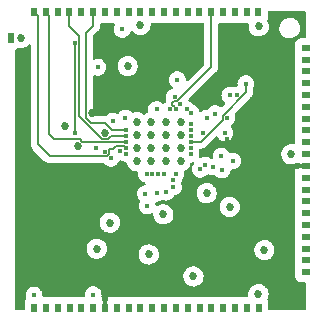
<source format=gbr>
%TF.GenerationSoftware,KiCad,Pcbnew,(5.99.0-9634-gb691c18bfc)*%
%TF.CreationDate,2021-03-08T14:44:59+01:00*%
%TF.ProjectId,nRF52840Breakout,6e524635-3238-4343-9042-7265616b6f75,rev?*%
%TF.SameCoordinates,Original*%
%TF.FileFunction,Copper,L3,Inr*%
%TF.FilePolarity,Positive*%
%FSLAX46Y46*%
G04 Gerber Fmt 4.6, Leading zero omitted, Abs format (unit mm)*
G04 Created by KiCad (PCBNEW (5.99.0-9634-gb691c18bfc)) date 2021-03-08 14:44:59*
%MOMM*%
%LPD*%
G01*
G04 APERTURE LIST*
%TA.AperFunction,ComponentPad*%
%ADD10R,0.600000X0.800000*%
%TD*%
%TA.AperFunction,ComponentPad*%
%ADD11R,0.800000X0.600000*%
%TD*%
%TA.AperFunction,ComponentPad*%
%ADD12R,0.500000X0.900000*%
%TD*%
%TA.AperFunction,ViaPad*%
%ADD13C,0.685800*%
%TD*%
%TA.AperFunction,ViaPad*%
%ADD14C,0.400000*%
%TD*%
%TA.AperFunction,Conductor*%
%ADD15C,0.127000*%
%TD*%
G04 APERTURE END LIST*
D10*
%TO.N,Net-(J2-Pad1)*%
%TO.C,J2*%
X24940000Y-16150000D03*
%TO.N,Net-(J2-Pad2)*%
X25940000Y-16150000D03*
%TO.N,Net-(J2-Pad3)*%
X26940000Y-16150000D03*
%TO.N,Net-(J2-Pad4)*%
X27940000Y-16150000D03*
%TO.N,Net-(J2-Pad5)*%
X28940000Y-16150000D03*
%TO.N,Net-(J2-Pad6)*%
X29940000Y-16150000D03*
%TO.N,Net-(J2-Pad7)*%
X30940000Y-16150000D03*
%TO.N,Net-(J2-Pad8)*%
X31940000Y-16150000D03*
%TO.N,Net-(J2-Pad9)*%
X32940000Y-16150000D03*
%TO.N,GND*%
X33940000Y-16150000D03*
%TO.N,Net-(J2-Pad11)*%
X34940000Y-16150000D03*
%TO.N,Net-(J2-Pad12)*%
X35940000Y-16150000D03*
%TO.N,Net-(J2-Pad13)*%
X36940000Y-16150000D03*
%TO.N,Net-(J2-Pad14)*%
X37940000Y-16150000D03*
%TO.N,Net-(J2-Pad15)*%
X38940000Y-16150000D03*
%TO.N,Net-(J2-Pad16)*%
X39940000Y-16150000D03*
%TO.N,SWDCLK*%
X40940000Y-16150000D03*
%TO.N,SWDIO*%
X41940000Y-16150000D03*
%TO.N,RST*%
X42940000Y-16150000D03*
%TO.N,GND*%
X43940000Y-16150000D03*
%TD*%
D11*
%TO.N,Net-(J3-Pad1)*%
%TO.C,J3*%
X47940000Y-19160000D03*
%TO.N,Net-(J3-Pad2)*%
X47940000Y-20160000D03*
%TO.N,Net-(J3-Pad3)*%
X47940000Y-21160000D03*
%TO.N,Net-(J3-Pad4)*%
X47940000Y-22160000D03*
%TO.N,Net-(J3-Pad5)*%
X47940000Y-23160000D03*
%TO.N,Net-(J3-Pad6)*%
X47940000Y-24160000D03*
%TO.N,Net-(J3-Pad7)*%
X47940000Y-25160000D03*
%TO.N,Net-(J3-Pad8)*%
X47940000Y-26160000D03*
%TO.N,Net-(J3-Pad9)*%
X47940000Y-27160000D03*
%TO.N,GND*%
X47940000Y-28160000D03*
%TO.N,VDD*%
X47940000Y-29160000D03*
%TO.N,VDDH*%
X47940000Y-30160000D03*
%TO.N,Net-(J3-Pad13)*%
X47940000Y-31160000D03*
%TO.N,Net-(J3-Pad14)*%
X47940000Y-32160000D03*
%TO.N,Net-(J3-Pad15)*%
X47940000Y-33160000D03*
%TO.N,Net-(J3-Pad16)*%
X47940000Y-34160000D03*
%TO.N,Net-(J3-Pad17)*%
X47940000Y-35160000D03*
%TO.N,Net-(J3-Pad18)*%
X47940000Y-36160000D03*
%TO.N,USB_D+*%
X47940000Y-37160000D03*
%TO.N,USB_D-*%
X47940000Y-38160000D03*
%TD*%
D12*
%TO.N,N/C*%
%TO.C,AE1*%
X22950000Y-18360000D03*
%TD*%
D10*
%TO.N,GND*%
%TO.C,J1*%
X24950000Y-41160000D03*
%TO.N,Net-(J1-Pad2)*%
X25950000Y-41160000D03*
%TO.N,Net-(J1-Pad3)*%
X26950000Y-41160000D03*
%TO.N,Net-(J1-Pad4)*%
X27950000Y-41160000D03*
%TO.N,Net-(J1-Pad5)*%
X28950000Y-41160000D03*
%TO.N,GND*%
X29950000Y-41160000D03*
%TO.N,VDD*%
X30950000Y-41160000D03*
%TO.N,Net-(J1-Pad8)*%
X31950000Y-41160000D03*
%TO.N,Net-(J1-Pad9)*%
X32950000Y-41160000D03*
%TO.N,Net-(J1-Pad10)*%
X33950000Y-41160000D03*
%TO.N,Net-(J1-Pad11)*%
X34950000Y-41160000D03*
%TO.N,Net-(J1-Pad12)*%
X35950000Y-41160000D03*
%TO.N,Net-(J1-Pad13)*%
X36950000Y-41160000D03*
%TO.N,Net-(J1-Pad14)*%
X37950000Y-41160000D03*
%TO.N,Net-(J1-Pad15)*%
X38950000Y-41160000D03*
%TO.N,Net-(J1-Pad16)*%
X39950000Y-41160000D03*
%TO.N,Net-(J1-Pad17)*%
X40950000Y-41160000D03*
%TO.N,Net-(J1-Pad18)*%
X41950000Y-41160000D03*
%TO.N,VBUS*%
X42950000Y-41160000D03*
%TO.N,GND*%
X43950000Y-41160000D03*
%TD*%
D13*
%TO.N,GND*%
X37350000Y-26560000D03*
X30250000Y-36160000D03*
X34850000Y-28760000D03*
D14*
X37070000Y-21850000D03*
D13*
X36150000Y-27660000D03*
X33650000Y-25460000D03*
X35889831Y-33260000D03*
X43960000Y-17340000D03*
X34850000Y-27660000D03*
X36150000Y-28760000D03*
X46720000Y-28180000D03*
X34850000Y-25460000D03*
D14*
X29940000Y-40060000D03*
D13*
X33650000Y-28760000D03*
X23800000Y-18360000D03*
X31377500Y-33960000D03*
D14*
X24940000Y-40090000D03*
X41750000Y-28740000D03*
D13*
X44430000Y-36280000D03*
X39550000Y-31470000D03*
X33950000Y-17220000D03*
X34850000Y-26560000D03*
X27550000Y-25760000D03*
X36150000Y-26560000D03*
X37350000Y-28760000D03*
X30950000Y-26360000D03*
X33650000Y-27660000D03*
X38436400Y-38520000D03*
D14*
X30350000Y-20810000D03*
D13*
X33650000Y-26560000D03*
X36150000Y-25460000D03*
X37350000Y-25460000D03*
X34650000Y-36660000D03*
X37350000Y-27660000D03*
X43940000Y-40000000D03*
D14*
X41280000Y-25070000D03*
D13*
%TO.N,VDD*%
X38920000Y-20440000D03*
X30950000Y-39860000D03*
X40980000Y-19530000D03*
X40970000Y-20380000D03*
D14*
X40230000Y-23220000D03*
D13*
X40940000Y-17910000D03*
X28450000Y-33860000D03*
X29850000Y-24660000D03*
D14*
X41240000Y-26920000D03*
D13*
X38950000Y-17910000D03*
X38970000Y-19580000D03*
D14*
X36970000Y-34750000D03*
D13*
%TO.N,DEC4_6*%
X28640000Y-27490000D03*
X32860000Y-20710000D03*
D14*
%TO.N,Net-(J1-Pad3)*%
X30920000Y-27990000D03*
%TO.N,Net-(J1-Pad5)*%
X32720000Y-28120000D03*
%TO.N,USB_D-*%
X39031113Y-29436263D03*
%TO.N,USB_D+*%
X39410000Y-29110000D03*
%TO.N,RST*%
X38220000Y-27120009D03*
X42880000Y-22190000D03*
%TO.N,Net-(J1-Pad8)*%
X34377000Y-31510000D03*
%TO.N,Net-(J1-Pad9)*%
X34470000Y-29870000D03*
%TO.N,Net-(J1-Pad10)*%
X34528969Y-32535099D03*
%TO.N,Net-(J1-Pad11)*%
X34969550Y-29848743D03*
%TO.N,Net-(J1-Pad12)*%
X35333050Y-31470000D03*
%TO.N,Net-(J1-Pad13)*%
X35470000Y-29870000D03*
%TO.N,Net-(J1-Pad14)*%
X36130000Y-31380000D03*
%TO.N,Net-(J1-Pad15)*%
X35970003Y-29870000D03*
%TO.N,Net-(J1-Pad16)*%
X36743387Y-30946139D03*
%TO.N,Net-(J2-Pad4)*%
X32720000Y-26619991D03*
%TO.N,Net-(J2-Pad3)*%
X30160000Y-27630000D03*
%TO.N,Net-(J2-Pad2)*%
X32720000Y-27119994D03*
%TO.N,Net-(J2-Pad1)*%
X32720000Y-27619997D03*
%TO.N,Net-(J1-Pad2)*%
X31456935Y-28510980D03*
%TO.N,Net-(J1-Pad17)*%
X36720000Y-30370000D03*
%TO.N,Net-(J1-Pad18)*%
X36950000Y-29870000D03*
%TO.N,Net-(J1-Pad4)*%
X32220000Y-27870000D03*
%TO.N,Net-(J2-Pad5)*%
X28406411Y-18735000D03*
X28400000Y-26380000D03*
%TO.N,Net-(J2-Pad6)*%
X32720000Y-26119988D03*
%TO.N,Net-(J2-Pad7)*%
X32400000Y-17600000D03*
X32670000Y-25110000D03*
%TO.N,Net-(J2-Pad8)*%
X31620000Y-25370000D03*
%TO.N,Net-(J2-Pad12)*%
X35320000Y-24380000D03*
%TO.N,Net-(J2-Pad14)*%
X36470000Y-24370000D03*
%TO.N,Net-(J2-Pad15)*%
X36833500Y-23320000D03*
%TO.N,Net-(J2-Pad16)*%
X36970000Y-24370000D03*
%TO.N,Net-(J3-Pad1)*%
X40260000Y-24740000D03*
%TO.N,Net-(J3-Pad2)*%
X38238380Y-24694902D03*
D13*
%TO.N,VBUS*%
X41510000Y-32620000D03*
D14*
%TO.N,Net-(J3-Pad3)*%
X39580718Y-25112782D03*
%TO.N,Net-(J3-Pad4)*%
X38220000Y-25620000D03*
%TO.N,Net-(J3-Pad5)*%
X41110000Y-26360000D03*
%TO.N,Net-(J3-Pad6)*%
X38220000Y-26120003D03*
%TO.N,Net-(J3-Pad7)*%
X39250000Y-26380000D03*
%TO.N,Net-(J3-Pad8)*%
X37276459Y-23929106D03*
X42120000Y-23150000D03*
%TO.N,Net-(J3-Pad9)*%
X41520000Y-23190000D03*
X37850000Y-24380000D03*
%TO.N,Net-(J3-Pad13)*%
X38220000Y-26620006D03*
%TO.N,Net-(J3-Pad14)*%
X40780000Y-28313500D03*
%TO.N,Net-(J3-Pad15)*%
X38220000Y-27620012D03*
%TO.N,Net-(J3-Pad16)*%
X40867966Y-29512034D03*
%TO.N,Net-(J3-Pad17)*%
X38220000Y-28120015D03*
%TO.N,Net-(J3-Pad18)*%
X40090932Y-29249068D03*
%TD*%
D15*
%TO.N,RST*%
X39040966Y-27120009D02*
X40916489Y-25244486D01*
X42880000Y-22932003D02*
X42880000Y-22190000D01*
X38220000Y-27120009D02*
X39040966Y-27120009D01*
X40916489Y-24895514D02*
X42880000Y-22932003D01*
X40916489Y-25244486D02*
X40916489Y-24895514D01*
%TO.N,Net-(J2-Pad4)*%
X28769922Y-18139922D02*
X27940000Y-17310000D01*
X32720000Y-26619991D02*
X31439498Y-26619991D01*
X31193078Y-26866411D02*
X30706922Y-26866411D01*
X28769922Y-24929411D02*
X28769922Y-18139922D01*
X30706922Y-26866411D02*
X28769922Y-24929411D01*
X31439498Y-26619991D02*
X31193078Y-26866411D01*
X27940000Y-17310000D02*
X27940000Y-16213520D01*
%TO.N,Net-(J2-Pad2)*%
X26230000Y-16440000D02*
X26003520Y-16213520D01*
X26656489Y-26896489D02*
X26230000Y-26470000D01*
X29019483Y-27119994D02*
X28795978Y-26896489D01*
X26230000Y-26470000D02*
X26230000Y-16440000D01*
X28795978Y-26896489D02*
X26656489Y-26896489D01*
X32720000Y-27119994D02*
X29019483Y-27119994D01*
%TO.N,Net-(J2-Pad1)*%
X31664486Y-27763511D02*
X31315514Y-27763511D01*
X31921508Y-27506489D02*
X31664486Y-27763511D01*
X32606492Y-27506489D02*
X31921508Y-27506489D01*
X31315514Y-27763511D02*
X31315514Y-28132483D01*
X25240000Y-16450000D02*
X25003520Y-16213520D01*
X32720000Y-27619997D02*
X32606492Y-27506489D01*
X26253511Y-28353511D02*
X25240000Y-27340000D01*
X25240000Y-27340000D02*
X25240000Y-16450000D01*
X31315514Y-28132483D02*
X31094486Y-28353511D01*
X31094486Y-28353511D02*
X26253511Y-28353511D01*
%TO.N,Net-(J2-Pad5)*%
X28400000Y-26138589D02*
X28400000Y-26380000D01*
X28400000Y-18741411D02*
X28400000Y-26380000D01*
%TO.N,Net-(J2-Pad6)*%
X29343589Y-25133589D02*
X29343589Y-17906411D01*
X29940000Y-17310000D02*
X29940000Y-16213520D01*
X29730000Y-25520000D02*
X29343589Y-25133589D01*
X29343589Y-17906411D02*
X29940000Y-17310000D01*
X30930000Y-25520000D02*
X29730000Y-25520000D01*
X31529988Y-26119988D02*
X30930000Y-25520000D01*
X32720000Y-26119988D02*
X31529988Y-26119988D01*
%TO.N,Net-(J2-Pad16)*%
X36640000Y-23810000D02*
X36766489Y-23683511D01*
X36640000Y-23990000D02*
X36640000Y-23810000D01*
X36833511Y-24183511D02*
X36640000Y-23990000D01*
X37660000Y-23080000D02*
X39940000Y-20800000D01*
X36970000Y-24370000D02*
X36833511Y-24233511D01*
X39940000Y-20800000D02*
X39940000Y-20570000D01*
X36833511Y-24233511D02*
X36833511Y-24183511D01*
X39940000Y-20800000D02*
X39940000Y-16213520D01*
X37007986Y-23683511D02*
X37611497Y-23080000D01*
X37611497Y-23080000D02*
X37660000Y-23080000D01*
X36766489Y-23683511D02*
X37007986Y-23683511D01*
%TD*%
%TA.AperFunction,Conductor*%
%TO.N,VDD*%
G36*
X47804040Y-16012751D02*
G01*
X47872154Y-16032775D01*
X47918630Y-16086445D01*
X47930000Y-16138751D01*
X47930000Y-18220500D01*
X47909998Y-18288621D01*
X47856342Y-18335114D01*
X47804000Y-18346500D01*
X47540000Y-18346500D01*
X47466921Y-18351727D01*
X47418383Y-18365979D01*
X47335330Y-18390365D01*
X47335328Y-18390366D01*
X47326684Y-18392904D01*
X47307998Y-18404913D01*
X47211309Y-18467051D01*
X47211306Y-18467053D01*
X47203729Y-18471923D01*
X47197828Y-18478733D01*
X47113918Y-18575569D01*
X47113916Y-18575572D01*
X47108016Y-18582381D01*
X47047300Y-18715330D01*
X47046018Y-18724245D01*
X47046018Y-18724246D01*
X47027139Y-18855552D01*
X47027138Y-18855559D01*
X47026500Y-18860000D01*
X47026500Y-19460000D01*
X47031727Y-19533079D01*
X47033631Y-19539562D01*
X47057153Y-19619672D01*
X47057153Y-19690668D01*
X47051161Y-19706734D01*
X47051044Y-19707131D01*
X47047300Y-19715330D01*
X47046018Y-19724247D01*
X47027139Y-19855552D01*
X47027138Y-19855559D01*
X47026500Y-19860000D01*
X47026500Y-20460000D01*
X47031727Y-20533079D01*
X47057153Y-20619672D01*
X47057153Y-20690668D01*
X47051161Y-20706734D01*
X47051044Y-20707131D01*
X47047300Y-20715330D01*
X47046018Y-20724247D01*
X47027139Y-20855552D01*
X47027138Y-20855559D01*
X47026500Y-20860000D01*
X47026500Y-21460000D01*
X47031727Y-21533079D01*
X47057153Y-21619672D01*
X47057153Y-21690668D01*
X47051161Y-21706734D01*
X47051044Y-21707131D01*
X47047300Y-21715330D01*
X47046018Y-21724247D01*
X47027139Y-21855552D01*
X47027138Y-21855559D01*
X47026500Y-21860000D01*
X47026500Y-22460000D01*
X47031727Y-22533079D01*
X47054674Y-22611229D01*
X47057153Y-22619672D01*
X47057153Y-22690668D01*
X47051161Y-22706734D01*
X47051044Y-22707131D01*
X47047300Y-22715330D01*
X47046018Y-22724247D01*
X47027139Y-22855552D01*
X47027138Y-22855559D01*
X47026500Y-22860000D01*
X47026500Y-23460000D01*
X47031727Y-23533079D01*
X47050949Y-23598544D01*
X47057153Y-23619672D01*
X47057153Y-23690668D01*
X47051161Y-23706734D01*
X47051044Y-23707131D01*
X47047300Y-23715330D01*
X47046018Y-23724247D01*
X47027139Y-23855552D01*
X47027138Y-23855559D01*
X47026500Y-23860000D01*
X47026500Y-24460000D01*
X47031727Y-24533079D01*
X47034619Y-24542928D01*
X47057153Y-24619672D01*
X47057153Y-24690668D01*
X47051161Y-24706734D01*
X47051044Y-24707131D01*
X47047300Y-24715330D01*
X47046018Y-24724247D01*
X47027139Y-24855552D01*
X47027138Y-24855559D01*
X47026500Y-24860000D01*
X47026500Y-25460000D01*
X47031727Y-25533079D01*
X47045210Y-25578998D01*
X47057153Y-25619672D01*
X47057153Y-25690668D01*
X47051161Y-25706734D01*
X47051044Y-25707131D01*
X47047300Y-25715330D01*
X47046018Y-25724247D01*
X47027139Y-25855552D01*
X47027138Y-25855559D01*
X47026500Y-25860000D01*
X47026500Y-26460000D01*
X47031727Y-26533079D01*
X47037200Y-26551718D01*
X47057153Y-26619672D01*
X47057153Y-26690668D01*
X47051161Y-26706734D01*
X47051044Y-26707131D01*
X47047300Y-26715330D01*
X47046018Y-26724247D01*
X47027139Y-26855552D01*
X47027138Y-26855559D01*
X47026500Y-26860000D01*
X47026500Y-27219188D01*
X47006498Y-27287309D01*
X46952842Y-27333802D01*
X46879920Y-27343496D01*
X46821366Y-27333802D01*
X46774542Y-27326050D01*
X46774540Y-27326050D01*
X46767806Y-27324935D01*
X46760990Y-27325292D01*
X46760986Y-27325292D01*
X46640426Y-27331611D01*
X46583078Y-27334617D01*
X46576500Y-27336429D01*
X46576499Y-27336429D01*
X46411315Y-27381927D01*
X46411311Y-27381928D01*
X46404738Y-27383739D01*
X46398707Y-27386919D01*
X46398704Y-27386920D01*
X46381130Y-27396186D01*
X46241107Y-27470012D01*
X46235894Y-27474417D01*
X46235890Y-27474420D01*
X46105033Y-27585003D01*
X46105029Y-27585007D01*
X46099819Y-27589410D01*
X46095672Y-27594833D01*
X46095671Y-27594835D01*
X45991610Y-27730941D01*
X45991607Y-27730945D01*
X45987466Y-27736362D01*
X45909290Y-27904012D01*
X45868937Y-28084538D01*
X45868913Y-28091367D01*
X45868913Y-28091368D01*
X45868827Y-28115922D01*
X45868291Y-28269518D01*
X45869734Y-28276191D01*
X45869734Y-28276193D01*
X45899768Y-28415101D01*
X45907383Y-28450322D01*
X45984387Y-28618514D01*
X45988491Y-28623960D01*
X45988492Y-28623962D01*
X46042511Y-28695647D01*
X46095711Y-28766246D01*
X46100890Y-28770685D01*
X46100891Y-28770686D01*
X46190694Y-28847656D01*
X46236162Y-28886627D01*
X46308681Y-28925511D01*
X46393170Y-28970814D01*
X46393172Y-28970815D01*
X46399187Y-28974040D01*
X46405755Y-28975899D01*
X46405756Y-28975899D01*
X46504253Y-29003771D01*
X46577179Y-29024407D01*
X46583987Y-29024811D01*
X46583990Y-29024812D01*
X46736958Y-29033900D01*
X46761835Y-29035378D01*
X46842833Y-29022549D01*
X46937805Y-29007507D01*
X46937809Y-29007506D01*
X46944539Y-29006440D01*
X46950885Y-29003953D01*
X46950889Y-29003952D01*
X47110412Y-28941436D01*
X47110416Y-28941434D01*
X47116767Y-28938945D01*
X47122434Y-28935151D01*
X47122442Y-28935147D01*
X47134169Y-28927296D01*
X47204262Y-28906000D01*
X47265663Y-28906000D01*
X47318006Y-28917387D01*
X47387133Y-28948957D01*
X47387136Y-28948958D01*
X47395330Y-28952700D01*
X47404247Y-28953982D01*
X47535552Y-28972861D01*
X47535559Y-28972862D01*
X47540000Y-28973500D01*
X47930000Y-28973500D01*
X47930000Y-29346500D01*
X47540000Y-29346500D01*
X47466921Y-29351727D01*
X47413884Y-29367300D01*
X47335330Y-29390365D01*
X47335328Y-29390366D01*
X47326684Y-29392904D01*
X47319105Y-29397775D01*
X47310904Y-29401520D01*
X47309539Y-29398530D01*
X47256861Y-29414000D01*
X47045115Y-29414000D01*
X47029876Y-29418475D01*
X47028671Y-29419865D01*
X47027000Y-29427548D01*
X47027000Y-29457743D01*
X47027161Y-29462250D01*
X47031740Y-29526269D01*
X47034125Y-29539488D01*
X47057467Y-29618983D01*
X47057467Y-29689980D01*
X47051182Y-29706829D01*
X47047300Y-29715330D01*
X47046018Y-29724245D01*
X47046018Y-29724246D01*
X47027139Y-29855552D01*
X47027138Y-29855559D01*
X47026500Y-29860000D01*
X47026500Y-30460000D01*
X47031727Y-30533079D01*
X47057153Y-30619672D01*
X47057153Y-30690668D01*
X47051161Y-30706734D01*
X47051044Y-30707131D01*
X47047300Y-30715330D01*
X47046018Y-30724247D01*
X47027139Y-30855552D01*
X47027138Y-30855559D01*
X47026500Y-30860000D01*
X47026500Y-31460000D01*
X47031727Y-31533079D01*
X47057000Y-31619152D01*
X47057153Y-31619672D01*
X47057153Y-31690668D01*
X47051161Y-31706734D01*
X47051044Y-31707131D01*
X47047300Y-31715330D01*
X47046018Y-31724247D01*
X47027139Y-31855552D01*
X47027138Y-31855559D01*
X47026500Y-31860000D01*
X47026500Y-32460000D01*
X47031727Y-32533079D01*
X47052546Y-32603981D01*
X47057153Y-32619672D01*
X47057153Y-32690668D01*
X47051161Y-32706734D01*
X47051044Y-32707131D01*
X47047300Y-32715330D01*
X47046018Y-32724247D01*
X47027139Y-32855552D01*
X47027138Y-32855559D01*
X47026500Y-32860000D01*
X47026500Y-33460000D01*
X47031727Y-33533079D01*
X47051606Y-33600781D01*
X47057153Y-33619672D01*
X47057153Y-33690668D01*
X47051161Y-33706734D01*
X47051044Y-33707131D01*
X47047300Y-33715330D01*
X47046018Y-33724247D01*
X47027139Y-33855552D01*
X47027138Y-33855559D01*
X47026500Y-33860000D01*
X47026500Y-34460000D01*
X47031727Y-34533079D01*
X47057153Y-34619672D01*
X47057153Y-34690668D01*
X47051161Y-34706734D01*
X47051044Y-34707131D01*
X47047300Y-34715330D01*
X47046018Y-34724247D01*
X47027139Y-34855552D01*
X47027138Y-34855559D01*
X47026500Y-34860000D01*
X47026500Y-35460000D01*
X47031727Y-35533079D01*
X47043866Y-35574420D01*
X47057153Y-35619672D01*
X47057153Y-35690668D01*
X47051161Y-35706734D01*
X47051044Y-35707131D01*
X47047300Y-35715330D01*
X47046018Y-35724247D01*
X47027139Y-35855552D01*
X47027138Y-35855559D01*
X47026500Y-35860000D01*
X47026500Y-36460000D01*
X47031727Y-36533079D01*
X47052540Y-36603962D01*
X47057153Y-36619672D01*
X47057153Y-36690668D01*
X47051161Y-36706734D01*
X47051044Y-36707131D01*
X47047300Y-36715330D01*
X47046018Y-36724247D01*
X47027139Y-36855552D01*
X47027138Y-36855559D01*
X47026500Y-36860000D01*
X47026500Y-37460000D01*
X47031727Y-37533079D01*
X47033631Y-37539562D01*
X47057153Y-37619672D01*
X47057153Y-37690668D01*
X47051161Y-37706734D01*
X47051044Y-37707131D01*
X47047300Y-37715330D01*
X47046018Y-37724247D01*
X47027139Y-37855552D01*
X47027138Y-37855559D01*
X47026500Y-37860000D01*
X47026500Y-38460000D01*
X47031727Y-38533079D01*
X47072904Y-38673316D01*
X47077775Y-38680895D01*
X47147051Y-38788691D01*
X47147053Y-38788694D01*
X47151923Y-38796271D01*
X47158733Y-38802172D01*
X47255569Y-38886082D01*
X47255572Y-38886084D01*
X47262381Y-38891984D01*
X47395330Y-38952700D01*
X47404245Y-38953982D01*
X47404246Y-38953982D01*
X47535552Y-38972861D01*
X47535559Y-38972862D01*
X47540000Y-38973500D01*
X47804000Y-38973500D01*
X47872121Y-38993502D01*
X47918614Y-39047158D01*
X47930000Y-39099500D01*
X47930000Y-41266000D01*
X47909998Y-41334121D01*
X47856342Y-41380614D01*
X47804000Y-41392000D01*
X44889500Y-41392000D01*
X44821379Y-41371998D01*
X44774886Y-41318342D01*
X44763500Y-41266000D01*
X44763500Y-40760000D01*
X44758273Y-40686921D01*
X44717096Y-40546684D01*
X44701647Y-40522645D01*
X44681645Y-40454524D01*
X44700096Y-40388880D01*
X44714894Y-40364637D01*
X44719501Y-40351257D01*
X44772895Y-40196191D01*
X44772896Y-40196188D01*
X44775118Y-40189734D01*
X44777073Y-40172842D01*
X44795975Y-40009471D01*
X44795975Y-40009470D01*
X44796379Y-40005979D01*
X44796400Y-40000000D01*
X44776422Y-39816101D01*
X44717421Y-39640781D01*
X44622148Y-39482221D01*
X44615198Y-39474871D01*
X44528320Y-39383001D01*
X44495050Y-39347819D01*
X44409990Y-39290012D01*
X44347698Y-39247679D01*
X44342055Y-39243844D01*
X44335725Y-39241312D01*
X44335721Y-39241310D01*
X44176641Y-39177683D01*
X44170303Y-39175148D01*
X44163573Y-39174034D01*
X44163570Y-39174033D01*
X43994543Y-39146050D01*
X43994540Y-39146050D01*
X43987806Y-39144935D01*
X43980990Y-39145292D01*
X43980986Y-39145292D01*
X43860426Y-39151611D01*
X43803078Y-39154617D01*
X43796500Y-39156429D01*
X43796499Y-39156429D01*
X43631315Y-39201927D01*
X43631311Y-39201928D01*
X43624738Y-39203739D01*
X43618707Y-39206919D01*
X43618704Y-39206920D01*
X43560051Y-39237845D01*
X43461107Y-39290012D01*
X43455894Y-39294417D01*
X43455890Y-39294420D01*
X43325033Y-39405003D01*
X43325029Y-39405007D01*
X43319819Y-39409410D01*
X43315672Y-39414833D01*
X43315671Y-39414835D01*
X43211610Y-39550941D01*
X43211607Y-39550945D01*
X43207466Y-39556362D01*
X43129290Y-39724012D01*
X43088937Y-39904538D01*
X43088291Y-40089518D01*
X43089734Y-40096194D01*
X43090447Y-40102974D01*
X43088554Y-40103173D01*
X43084083Y-40164672D01*
X43041469Y-40221457D01*
X42974920Y-40246189D01*
X42966079Y-40246500D01*
X42650000Y-40246500D01*
X42576921Y-40251727D01*
X42490328Y-40277153D01*
X42419332Y-40277153D01*
X42403266Y-40271161D01*
X42402869Y-40271044D01*
X42394670Y-40267300D01*
X42374947Y-40264464D01*
X42254448Y-40247139D01*
X42254441Y-40247138D01*
X42250000Y-40246500D01*
X41650000Y-40246500D01*
X41576921Y-40251727D01*
X41490328Y-40277153D01*
X41419332Y-40277153D01*
X41403266Y-40271161D01*
X41402869Y-40271044D01*
X41394670Y-40267300D01*
X41374947Y-40264464D01*
X41254448Y-40247139D01*
X41254441Y-40247138D01*
X41250000Y-40246500D01*
X40650000Y-40246500D01*
X40576921Y-40251727D01*
X40490328Y-40277153D01*
X40419332Y-40277153D01*
X40403266Y-40271161D01*
X40402869Y-40271044D01*
X40394670Y-40267300D01*
X40374947Y-40264464D01*
X40254448Y-40247139D01*
X40254441Y-40247138D01*
X40250000Y-40246500D01*
X39650000Y-40246500D01*
X39576921Y-40251727D01*
X39490328Y-40277153D01*
X39419332Y-40277153D01*
X39403266Y-40271161D01*
X39402869Y-40271044D01*
X39394670Y-40267300D01*
X39374947Y-40264464D01*
X39254448Y-40247139D01*
X39254441Y-40247138D01*
X39250000Y-40246500D01*
X38650000Y-40246500D01*
X38576921Y-40251727D01*
X38490328Y-40277153D01*
X38419332Y-40277153D01*
X38403266Y-40271161D01*
X38402869Y-40271044D01*
X38394670Y-40267300D01*
X38374947Y-40264464D01*
X38254448Y-40247139D01*
X38254441Y-40247138D01*
X38250000Y-40246500D01*
X37650000Y-40246500D01*
X37576921Y-40251727D01*
X37490328Y-40277153D01*
X37419332Y-40277153D01*
X37403266Y-40271161D01*
X37402869Y-40271044D01*
X37394670Y-40267300D01*
X37374947Y-40264464D01*
X37254448Y-40247139D01*
X37254441Y-40247138D01*
X37250000Y-40246500D01*
X36650000Y-40246500D01*
X36576921Y-40251727D01*
X36490328Y-40277153D01*
X36419332Y-40277153D01*
X36403266Y-40271161D01*
X36402869Y-40271044D01*
X36394670Y-40267300D01*
X36374947Y-40264464D01*
X36254448Y-40247139D01*
X36254441Y-40247138D01*
X36250000Y-40246500D01*
X35650000Y-40246500D01*
X35576921Y-40251727D01*
X35490328Y-40277153D01*
X35419332Y-40277153D01*
X35403266Y-40271161D01*
X35402869Y-40271044D01*
X35394670Y-40267300D01*
X35374947Y-40264464D01*
X35254448Y-40247139D01*
X35254441Y-40247138D01*
X35250000Y-40246500D01*
X34650000Y-40246500D01*
X34576921Y-40251727D01*
X34490328Y-40277153D01*
X34419332Y-40277153D01*
X34403266Y-40271161D01*
X34402869Y-40271044D01*
X34394670Y-40267300D01*
X34374947Y-40264464D01*
X34254448Y-40247139D01*
X34254441Y-40247138D01*
X34250000Y-40246500D01*
X33650000Y-40246500D01*
X33576921Y-40251727D01*
X33490328Y-40277153D01*
X33419332Y-40277153D01*
X33403266Y-40271161D01*
X33402869Y-40271044D01*
X33394670Y-40267300D01*
X33374947Y-40264464D01*
X33254448Y-40247139D01*
X33254441Y-40247138D01*
X33250000Y-40246500D01*
X32650000Y-40246500D01*
X32576921Y-40251727D01*
X32490328Y-40277153D01*
X32419332Y-40277153D01*
X32403266Y-40271161D01*
X32402869Y-40271044D01*
X32394670Y-40267300D01*
X32374947Y-40264464D01*
X32254448Y-40247139D01*
X32254441Y-40247138D01*
X32250000Y-40246500D01*
X31650000Y-40246500D01*
X31576921Y-40251727D01*
X31489602Y-40277366D01*
X31418607Y-40277366D01*
X31403737Y-40271820D01*
X31385612Y-40266498D01*
X31254446Y-40247639D01*
X31245505Y-40247000D01*
X31222115Y-40247000D01*
X31206876Y-40251475D01*
X31205671Y-40252865D01*
X31204000Y-40260548D01*
X31204000Y-40485663D01*
X31192613Y-40538005D01*
X31157300Y-40615330D01*
X31156018Y-40624246D01*
X31156018Y-40624247D01*
X31137139Y-40755552D01*
X31137138Y-40755559D01*
X31136500Y-40760000D01*
X31136500Y-41266000D01*
X31116498Y-41334121D01*
X31062842Y-41380614D01*
X31010500Y-41392000D01*
X30889500Y-41392000D01*
X30821379Y-41371998D01*
X30774886Y-41318342D01*
X30763500Y-41266000D01*
X30763500Y-40760000D01*
X30758273Y-40686921D01*
X30717096Y-40546684D01*
X30712225Y-40539105D01*
X30708480Y-40530904D01*
X30711470Y-40529539D01*
X30696000Y-40476861D01*
X30696000Y-40265115D01*
X30691525Y-40249876D01*
X30687280Y-40246197D01*
X30648897Y-40186471D01*
X30645050Y-40133220D01*
X30652763Y-40079024D01*
X30653344Y-40074942D01*
X30653500Y-40060000D01*
X30651685Y-40044997D01*
X30636534Y-39919806D01*
X30632904Y-39889806D01*
X30572306Y-39729438D01*
X30496262Y-39618793D01*
X30479506Y-39594413D01*
X30479505Y-39594411D01*
X30475204Y-39588154D01*
X30469533Y-39583101D01*
X30352877Y-39479164D01*
X30352875Y-39479162D01*
X30347204Y-39474110D01*
X30340495Y-39470558D01*
X30340491Y-39470555D01*
X30202411Y-39397445D01*
X30202408Y-39397444D01*
X30195696Y-39393890D01*
X30178127Y-39389477D01*
X30036795Y-39353977D01*
X30036793Y-39353977D01*
X30029425Y-39352126D01*
X30021827Y-39352086D01*
X30021825Y-39352086D01*
X29947841Y-39351699D01*
X29857992Y-39351229D01*
X29850613Y-39353001D01*
X29850609Y-39353001D01*
X29698673Y-39389477D01*
X29698669Y-39389478D01*
X29691294Y-39391249D01*
X29538954Y-39469878D01*
X29533232Y-39474870D01*
X29533230Y-39474871D01*
X29504564Y-39499878D01*
X29409766Y-39582575D01*
X29311190Y-39722835D01*
X29248916Y-39882560D01*
X29247925Y-39890087D01*
X29232208Y-40009471D01*
X29226539Y-40052528D01*
X29232517Y-40106673D01*
X29220111Y-40176577D01*
X29171882Y-40228677D01*
X29107278Y-40246500D01*
X28650000Y-40246500D01*
X28576921Y-40251727D01*
X28490328Y-40277153D01*
X28419332Y-40277153D01*
X28403266Y-40271161D01*
X28402869Y-40271044D01*
X28394670Y-40267300D01*
X28374947Y-40264464D01*
X28254448Y-40247139D01*
X28254441Y-40247138D01*
X28250000Y-40246500D01*
X27650000Y-40246500D01*
X27576921Y-40251727D01*
X27490328Y-40277153D01*
X27419332Y-40277153D01*
X27403266Y-40271161D01*
X27402869Y-40271044D01*
X27394670Y-40267300D01*
X27374947Y-40264464D01*
X27254448Y-40247139D01*
X27254441Y-40247138D01*
X27250000Y-40246500D01*
X26650000Y-40246500D01*
X26576921Y-40251727D01*
X26490328Y-40277153D01*
X26419332Y-40277153D01*
X26403266Y-40271161D01*
X26402869Y-40271044D01*
X26394670Y-40267300D01*
X26374947Y-40264464D01*
X26254448Y-40247139D01*
X26254441Y-40247138D01*
X26250000Y-40246500D01*
X25778254Y-40246500D01*
X25710133Y-40226498D01*
X25663640Y-40172842D01*
X25652617Y-40110947D01*
X25652763Y-40109021D01*
X25653344Y-40104942D01*
X25653500Y-40090000D01*
X25652616Y-40082689D01*
X25633816Y-39927346D01*
X25632904Y-39919806D01*
X25572306Y-39759438D01*
X25542877Y-39716619D01*
X25479506Y-39624413D01*
X25479505Y-39624411D01*
X25475204Y-39618154D01*
X25469533Y-39613101D01*
X25352877Y-39509164D01*
X25352875Y-39509162D01*
X25347204Y-39504110D01*
X25340495Y-39500558D01*
X25340491Y-39500555D01*
X25202411Y-39427445D01*
X25202408Y-39427444D01*
X25195696Y-39423890D01*
X25178127Y-39419477D01*
X25036795Y-39383977D01*
X25036793Y-39383977D01*
X25029425Y-39382126D01*
X25021827Y-39382086D01*
X25021825Y-39382086D01*
X24947841Y-39381699D01*
X24857992Y-39381229D01*
X24850613Y-39383001D01*
X24850609Y-39383001D01*
X24698673Y-39419477D01*
X24698669Y-39419478D01*
X24691294Y-39421249D01*
X24538954Y-39499878D01*
X24533232Y-39504870D01*
X24533230Y-39504871D01*
X24437028Y-39588793D01*
X24409766Y-39612575D01*
X24311190Y-39752835D01*
X24248916Y-39912560D01*
X24247925Y-39920087D01*
X24227538Y-40074942D01*
X24226539Y-40082528D01*
X24245351Y-40252928D01*
X24247959Y-40260054D01*
X24247960Y-40260059D01*
X24270759Y-40322359D01*
X24275385Y-40393204D01*
X24247658Y-40448172D01*
X24228865Y-40469860D01*
X24218016Y-40482381D01*
X24214272Y-40490579D01*
X24196480Y-40529539D01*
X24157300Y-40615330D01*
X24156018Y-40624245D01*
X24156018Y-40624246D01*
X24137139Y-40755552D01*
X24137138Y-40755559D01*
X24136500Y-40760000D01*
X24136500Y-41266000D01*
X24116498Y-41334121D01*
X24062842Y-41380614D01*
X24010500Y-41392000D01*
X23476000Y-41392000D01*
X23407879Y-41371998D01*
X23361386Y-41318342D01*
X23350000Y-41266000D01*
X23350000Y-38609518D01*
X37584691Y-38609518D01*
X37586134Y-38616191D01*
X37586134Y-38616193D01*
X37600124Y-38680895D01*
X37623783Y-38790322D01*
X37700787Y-38958514D01*
X37704891Y-38963960D01*
X37704892Y-38963962D01*
X37783197Y-39067875D01*
X37812111Y-39106246D01*
X37817290Y-39110685D01*
X37817291Y-39110686D01*
X37870661Y-39156429D01*
X37952562Y-39226627D01*
X37979946Y-39241310D01*
X38109570Y-39310814D01*
X38109572Y-39310815D01*
X38115587Y-39314040D01*
X38122155Y-39315899D01*
X38122156Y-39315899D01*
X38250038Y-39352086D01*
X38293579Y-39364407D01*
X38300387Y-39364811D01*
X38300390Y-39364812D01*
X38453358Y-39373900D01*
X38478235Y-39375378D01*
X38559233Y-39362549D01*
X38654205Y-39347507D01*
X38654209Y-39347506D01*
X38660939Y-39346440D01*
X38667285Y-39343953D01*
X38667289Y-39343952D01*
X38826812Y-39281436D01*
X38826816Y-39281434D01*
X38833167Y-39278945D01*
X38889385Y-39241310D01*
X38981215Y-39179835D01*
X38981218Y-39179832D01*
X38986883Y-39176040D01*
X39114917Y-39042528D01*
X39160243Y-38968273D01*
X39207734Y-38890469D01*
X39211294Y-38884637D01*
X39246067Y-38783650D01*
X39269295Y-38716191D01*
X39269296Y-38716188D01*
X39271518Y-38709734D01*
X39283904Y-38602689D01*
X39292375Y-38529471D01*
X39292375Y-38529470D01*
X39292779Y-38525979D01*
X39292800Y-38520000D01*
X39272822Y-38336101D01*
X39213821Y-38160781D01*
X39118548Y-38002221D01*
X38991450Y-37867819D01*
X38906390Y-37810012D01*
X38844098Y-37767679D01*
X38838455Y-37763844D01*
X38832125Y-37761312D01*
X38832121Y-37761310D01*
X38673041Y-37697683D01*
X38666703Y-37695148D01*
X38659973Y-37694034D01*
X38659970Y-37694033D01*
X38490943Y-37666050D01*
X38490940Y-37666050D01*
X38484206Y-37664935D01*
X38477390Y-37665292D01*
X38477386Y-37665292D01*
X38356826Y-37671611D01*
X38299478Y-37674617D01*
X38292900Y-37676429D01*
X38292899Y-37676429D01*
X38127715Y-37721927D01*
X38127711Y-37721928D01*
X38121138Y-37723739D01*
X38115107Y-37726919D01*
X38115104Y-37726920D01*
X38056451Y-37757845D01*
X37957507Y-37810012D01*
X37952294Y-37814417D01*
X37952290Y-37814420D01*
X37821433Y-37925003D01*
X37821429Y-37925007D01*
X37816219Y-37929410D01*
X37812072Y-37934833D01*
X37812071Y-37934835D01*
X37708010Y-38070941D01*
X37708007Y-38070945D01*
X37703866Y-38076362D01*
X37625690Y-38244012D01*
X37585337Y-38424538D01*
X37584691Y-38609518D01*
X23350000Y-38609518D01*
X23350000Y-36249518D01*
X29398291Y-36249518D01*
X29399734Y-36256191D01*
X29399734Y-36256193D01*
X29428811Y-36390675D01*
X29437383Y-36430322D01*
X29514387Y-36598514D01*
X29518491Y-36603960D01*
X29518492Y-36603962D01*
X29583830Y-36690668D01*
X29625711Y-36746246D01*
X29630890Y-36750685D01*
X29630891Y-36750686D01*
X29753241Y-36855552D01*
X29766162Y-36866627D01*
X29856364Y-36914993D01*
X29923170Y-36950814D01*
X29923172Y-36950815D01*
X29929187Y-36954040D01*
X29935755Y-36955899D01*
X29935756Y-36955899D01*
X30028645Y-36982184D01*
X30107179Y-37004407D01*
X30113987Y-37004811D01*
X30113990Y-37004812D01*
X30266958Y-37013900D01*
X30291835Y-37015378D01*
X30372833Y-37002549D01*
X30467805Y-36987507D01*
X30467809Y-36987506D01*
X30474539Y-36986440D01*
X30480885Y-36983953D01*
X30480889Y-36983952D01*
X30640412Y-36921436D01*
X30640416Y-36921434D01*
X30646767Y-36918945D01*
X30718855Y-36870686D01*
X30794815Y-36819835D01*
X30794818Y-36819832D01*
X30800483Y-36816040D01*
X30864276Y-36749518D01*
X33798291Y-36749518D01*
X33799734Y-36756191D01*
X33799734Y-36756193D01*
X33835462Y-36921436D01*
X33837383Y-36930322D01*
X33914387Y-37098514D01*
X33918491Y-37103960D01*
X33918492Y-37103962D01*
X33996797Y-37207875D01*
X34025711Y-37246246D01*
X34166162Y-37366627D01*
X34256364Y-37414993D01*
X34323170Y-37450814D01*
X34323172Y-37450815D01*
X34329187Y-37454040D01*
X34335755Y-37455899D01*
X34335756Y-37455899D01*
X34342273Y-37457743D01*
X34507179Y-37504407D01*
X34513987Y-37504811D01*
X34513990Y-37504812D01*
X34666958Y-37513900D01*
X34691835Y-37515378D01*
X34772833Y-37502549D01*
X34867805Y-37487507D01*
X34867809Y-37487506D01*
X34874539Y-37486440D01*
X34880885Y-37483953D01*
X34880889Y-37483952D01*
X35040412Y-37421436D01*
X35040416Y-37421434D01*
X35046767Y-37418945D01*
X35093044Y-37387965D01*
X35194815Y-37319835D01*
X35194818Y-37319832D01*
X35200483Y-37316040D01*
X35328517Y-37182528D01*
X35357298Y-37135378D01*
X35421334Y-37030469D01*
X35424894Y-37024637D01*
X35439512Y-36982184D01*
X35482895Y-36856191D01*
X35482896Y-36856188D01*
X35485118Y-36849734D01*
X35488578Y-36819835D01*
X35505975Y-36669471D01*
X35505975Y-36669470D01*
X35506379Y-36665979D01*
X35506400Y-36660000D01*
X35505883Y-36655236D01*
X35487159Y-36482888D01*
X35486422Y-36476101D01*
X35450553Y-36369518D01*
X43578291Y-36369518D01*
X43579734Y-36376191D01*
X43579734Y-36376193D01*
X43615057Y-36539562D01*
X43617383Y-36550322D01*
X43620224Y-36556527D01*
X43675245Y-36676703D01*
X43694387Y-36718514D01*
X43698491Y-36723960D01*
X43698492Y-36723962D01*
X43764168Y-36811116D01*
X43805711Y-36866246D01*
X43946162Y-36986627D01*
X43999783Y-37015378D01*
X44103170Y-37070814D01*
X44103172Y-37070815D01*
X44109187Y-37074040D01*
X44115755Y-37075899D01*
X44115756Y-37075899D01*
X44214893Y-37103952D01*
X44287179Y-37124407D01*
X44293987Y-37124811D01*
X44293990Y-37124812D01*
X44446958Y-37133900D01*
X44471835Y-37135378D01*
X44552833Y-37122549D01*
X44647805Y-37107507D01*
X44647809Y-37107506D01*
X44654539Y-37106440D01*
X44660885Y-37103953D01*
X44660889Y-37103952D01*
X44820412Y-37041436D01*
X44820416Y-37041434D01*
X44826767Y-37038945D01*
X44881134Y-37002549D01*
X44974815Y-36939835D01*
X44974818Y-36939832D01*
X44980483Y-36936040D01*
X45108517Y-36802528D01*
X45140162Y-36750686D01*
X45201334Y-36650469D01*
X45204894Y-36644637D01*
X45218900Y-36603962D01*
X45262895Y-36476191D01*
X45262896Y-36476188D01*
X45265118Y-36469734D01*
X45266506Y-36457743D01*
X45285975Y-36289471D01*
X45285975Y-36289470D01*
X45286379Y-36285979D01*
X45286400Y-36280000D01*
X45266422Y-36096101D01*
X45217258Y-35950012D01*
X45209597Y-35927246D01*
X45209596Y-35927244D01*
X45207421Y-35920781D01*
X45112148Y-35762221D01*
X44985050Y-35627819D01*
X44950988Y-35604670D01*
X44837698Y-35527679D01*
X44832055Y-35523844D01*
X44825725Y-35521312D01*
X44825721Y-35521310D01*
X44666641Y-35457683D01*
X44660303Y-35455148D01*
X44653573Y-35454034D01*
X44653570Y-35454033D01*
X44484543Y-35426050D01*
X44484540Y-35426050D01*
X44477806Y-35424935D01*
X44470990Y-35425292D01*
X44470986Y-35425292D01*
X44350426Y-35431611D01*
X44293078Y-35434617D01*
X44286500Y-35436429D01*
X44286499Y-35436429D01*
X44121315Y-35481927D01*
X44121311Y-35481928D01*
X44114738Y-35483739D01*
X44108707Y-35486919D01*
X44108704Y-35486920D01*
X44069066Y-35507819D01*
X43951107Y-35570012D01*
X43945894Y-35574417D01*
X43945890Y-35574420D01*
X43815033Y-35685003D01*
X43815029Y-35685007D01*
X43809819Y-35689410D01*
X43805672Y-35694833D01*
X43805671Y-35694835D01*
X43701610Y-35830941D01*
X43701607Y-35830945D01*
X43697466Y-35836362D01*
X43619290Y-36004012D01*
X43578937Y-36184538D01*
X43578291Y-36369518D01*
X35450553Y-36369518D01*
X35427421Y-36300781D01*
X35332148Y-36142221D01*
X35205050Y-36007819D01*
X35158379Y-35976101D01*
X35057698Y-35907679D01*
X35052055Y-35903844D01*
X35045725Y-35901312D01*
X35045721Y-35901310D01*
X34886641Y-35837683D01*
X34880303Y-35835148D01*
X34873573Y-35834034D01*
X34873570Y-35834033D01*
X34704543Y-35806050D01*
X34704540Y-35806050D01*
X34697806Y-35804935D01*
X34690990Y-35805292D01*
X34690986Y-35805292D01*
X34570426Y-35811611D01*
X34513078Y-35814617D01*
X34506500Y-35816429D01*
X34506499Y-35816429D01*
X34341315Y-35861927D01*
X34341311Y-35861928D01*
X34334738Y-35863739D01*
X34328707Y-35866919D01*
X34328704Y-35866920D01*
X34296287Y-35884012D01*
X34171107Y-35950012D01*
X34165894Y-35954417D01*
X34165890Y-35954420D01*
X34035033Y-36065003D01*
X34035029Y-36065007D01*
X34029819Y-36069410D01*
X34025672Y-36074833D01*
X34025671Y-36074835D01*
X33921610Y-36210941D01*
X33921607Y-36210945D01*
X33917466Y-36216362D01*
X33839290Y-36384012D01*
X33798937Y-36564538D01*
X33798291Y-36749518D01*
X30864276Y-36749518D01*
X30928517Y-36682528D01*
X30939361Y-36664764D01*
X31021334Y-36530469D01*
X31024894Y-36524637D01*
X31043799Y-36469734D01*
X31082895Y-36356191D01*
X31082896Y-36356188D01*
X31085118Y-36349734D01*
X31091459Y-36294935D01*
X31105975Y-36169471D01*
X31105975Y-36169470D01*
X31106379Y-36165979D01*
X31106400Y-36160000D01*
X31105105Y-36148073D01*
X31095305Y-36057872D01*
X31086422Y-35976101D01*
X31048863Y-35864496D01*
X31029597Y-35807246D01*
X31029596Y-35807244D01*
X31027421Y-35800781D01*
X30932148Y-35642221D01*
X30914900Y-35623981D01*
X30828937Y-35533079D01*
X30805050Y-35507819D01*
X30769618Y-35483739D01*
X30657698Y-35407679D01*
X30652055Y-35403844D01*
X30645725Y-35401312D01*
X30645721Y-35401310D01*
X30486641Y-35337683D01*
X30480303Y-35335148D01*
X30473573Y-35334034D01*
X30473570Y-35334033D01*
X30304543Y-35306050D01*
X30304540Y-35306050D01*
X30297806Y-35304935D01*
X30290990Y-35305292D01*
X30290986Y-35305292D01*
X30170426Y-35311611D01*
X30113078Y-35314617D01*
X30106500Y-35316429D01*
X30106499Y-35316429D01*
X29941315Y-35361927D01*
X29941311Y-35361928D01*
X29934738Y-35363739D01*
X29928707Y-35366919D01*
X29928704Y-35366920D01*
X29870051Y-35397845D01*
X29771107Y-35450012D01*
X29765894Y-35454417D01*
X29765890Y-35454420D01*
X29635033Y-35565003D01*
X29635029Y-35565007D01*
X29629819Y-35569410D01*
X29625672Y-35574833D01*
X29625671Y-35574835D01*
X29521610Y-35710941D01*
X29521607Y-35710945D01*
X29517466Y-35716362D01*
X29439290Y-35884012D01*
X29398937Y-36064538D01*
X29398291Y-36249518D01*
X23350000Y-36249518D01*
X23350000Y-34049518D01*
X30525791Y-34049518D01*
X30527234Y-34056191D01*
X30527234Y-34056193D01*
X30540031Y-34115378D01*
X30564883Y-34230322D01*
X30641887Y-34398514D01*
X30645991Y-34403960D01*
X30645992Y-34403962D01*
X30724297Y-34507875D01*
X30753211Y-34546246D01*
X30758390Y-34550685D01*
X30758391Y-34550686D01*
X30838879Y-34619672D01*
X30893662Y-34666627D01*
X30983864Y-34714993D01*
X31050670Y-34750814D01*
X31050672Y-34750815D01*
X31056687Y-34754040D01*
X31063255Y-34755899D01*
X31063256Y-34755899D01*
X31162393Y-34783952D01*
X31234679Y-34804407D01*
X31241487Y-34804811D01*
X31241490Y-34804812D01*
X31394458Y-34813900D01*
X31419335Y-34815378D01*
X31500333Y-34802549D01*
X31595305Y-34787507D01*
X31595309Y-34787506D01*
X31602039Y-34786440D01*
X31608385Y-34783953D01*
X31608389Y-34783952D01*
X31767912Y-34721436D01*
X31767916Y-34721434D01*
X31774267Y-34718945D01*
X31820544Y-34687965D01*
X31922315Y-34619835D01*
X31922318Y-34619832D01*
X31927983Y-34616040D01*
X31938887Y-34604670D01*
X32051295Y-34487452D01*
X32056017Y-34482528D01*
X32152394Y-34324637D01*
X32212618Y-34149734D01*
X32217863Y-34104407D01*
X32233475Y-33969471D01*
X32233475Y-33969470D01*
X32233879Y-33965979D01*
X32233900Y-33960000D01*
X32229125Y-33916040D01*
X32214659Y-33782888D01*
X32213922Y-33776101D01*
X32180850Y-33677828D01*
X32157097Y-33607246D01*
X32157096Y-33607244D01*
X32154921Y-33600781D01*
X32059648Y-33442221D01*
X32034757Y-33415899D01*
X31965525Y-33342689D01*
X31932550Y-33307819D01*
X31885789Y-33276040D01*
X31785198Y-33207679D01*
X31779555Y-33203844D01*
X31773225Y-33201312D01*
X31773221Y-33201310D01*
X31614141Y-33137683D01*
X31607803Y-33135148D01*
X31601073Y-33134034D01*
X31601070Y-33134033D01*
X31432043Y-33106050D01*
X31432040Y-33106050D01*
X31425306Y-33104935D01*
X31418490Y-33105292D01*
X31418486Y-33105292D01*
X31298465Y-33111583D01*
X31240578Y-33114617D01*
X31234000Y-33116429D01*
X31233999Y-33116429D01*
X31068815Y-33161927D01*
X31068811Y-33161928D01*
X31062238Y-33163739D01*
X31056207Y-33166919D01*
X31056204Y-33166920D01*
X31035341Y-33177920D01*
X30898607Y-33250012D01*
X30893394Y-33254417D01*
X30893390Y-33254420D01*
X30762533Y-33365003D01*
X30762529Y-33365007D01*
X30757319Y-33369410D01*
X30753172Y-33374833D01*
X30753171Y-33374835D01*
X30649110Y-33510941D01*
X30649107Y-33510945D01*
X30644966Y-33516362D01*
X30566790Y-33684012D01*
X30526437Y-33864538D01*
X30525791Y-34049518D01*
X23350000Y-34049518D01*
X23350000Y-19385577D01*
X23370002Y-19317456D01*
X23414484Y-19278913D01*
X23413316Y-19277096D01*
X23509350Y-19215378D01*
X23518617Y-19209423D01*
X23586736Y-19189421D01*
X23621045Y-19194182D01*
X23657179Y-19204407D01*
X23663987Y-19204811D01*
X23663990Y-19204812D01*
X23816958Y-19213900D01*
X23841835Y-19215378D01*
X23922833Y-19202549D01*
X24017805Y-19187507D01*
X24017809Y-19187506D01*
X24024539Y-19186440D01*
X24030885Y-19183953D01*
X24030889Y-19183952D01*
X24190412Y-19121436D01*
X24190416Y-19121434D01*
X24196767Y-19118945D01*
X24277014Y-19065224D01*
X24344815Y-19019835D01*
X24344818Y-19019832D01*
X24350483Y-19016040D01*
X24451058Y-18911162D01*
X24512645Y-18875839D01*
X24583551Y-18879420D01*
X24641265Y-18920767D01*
X24667463Y-18986754D01*
X24668000Y-18998372D01*
X24668000Y-27293757D01*
X24666922Y-27310203D01*
X24662999Y-27340000D01*
X24682661Y-27489339D01*
X24740303Y-27628500D01*
X24763108Y-27658220D01*
X24777774Y-27677333D01*
X24792873Y-27697010D01*
X24831999Y-27748001D01*
X24838549Y-27753027D01*
X24838550Y-27753028D01*
X24855843Y-27766297D01*
X24868234Y-27777165D01*
X25816346Y-28725277D01*
X25827213Y-28737667D01*
X25845510Y-28761512D01*
X25875900Y-28784831D01*
X25965011Y-28853208D01*
X26104172Y-28910850D01*
X26253511Y-28930512D01*
X26283308Y-28926589D01*
X26299754Y-28925511D01*
X30815724Y-28925511D01*
X30883845Y-28945513D01*
X30911105Y-28969180D01*
X30912583Y-28970893D01*
X30916819Y-28977196D01*
X30922436Y-28982307D01*
X31033900Y-29083731D01*
X31043618Y-29092574D01*
X31073285Y-29108682D01*
X31187601Y-29170751D01*
X31187603Y-29170752D01*
X31194278Y-29174376D01*
X31201627Y-29176304D01*
X31352752Y-29215951D01*
X31352754Y-29215951D01*
X31360102Y-29217879D01*
X31447574Y-29219253D01*
X31523917Y-29220452D01*
X31523920Y-29220452D01*
X31531516Y-29220571D01*
X31538920Y-29218875D01*
X31538922Y-29218875D01*
X31627822Y-29198514D01*
X31698625Y-29182298D01*
X31851780Y-29105269D01*
X31982140Y-28993931D01*
X31998751Y-28970814D01*
X32077743Y-28860886D01*
X32077744Y-28860885D01*
X32082180Y-28854711D01*
X32120676Y-28758949D01*
X32164642Y-28703204D01*
X32231767Y-28680079D01*
X32300739Y-28696916D01*
X32303476Y-28698676D01*
X32306683Y-28701594D01*
X32313358Y-28705218D01*
X32450666Y-28779771D01*
X32450668Y-28779772D01*
X32457343Y-28783396D01*
X32464692Y-28785324D01*
X32615817Y-28824971D01*
X32615819Y-28824971D01*
X32623167Y-28826899D01*
X32660870Y-28827491D01*
X32693948Y-28828011D01*
X32761746Y-28849080D01*
X32807391Y-28903460D01*
X32815123Y-28927366D01*
X32837383Y-29030322D01*
X32863545Y-29087464D01*
X32904219Y-29176304D01*
X32914387Y-29198514D01*
X32918491Y-29203960D01*
X32918492Y-29203962D01*
X32996797Y-29307875D01*
X33025711Y-29346246D01*
X33030890Y-29350685D01*
X33030891Y-29350686D01*
X33150071Y-29452835D01*
X33166162Y-29466627D01*
X33212183Y-29491303D01*
X33323170Y-29550814D01*
X33323172Y-29550815D01*
X33329187Y-29554040D01*
X33335755Y-29555899D01*
X33335756Y-29555899D01*
X33353461Y-29560909D01*
X33507179Y-29604407D01*
X33513987Y-29604811D01*
X33513990Y-29604812D01*
X33653206Y-29613083D01*
X33720020Y-29637090D01*
X33763249Y-29693408D01*
X33770655Y-29755308D01*
X33756539Y-29862528D01*
X33775351Y-30032928D01*
X33834267Y-30193922D01*
X33838503Y-30200225D01*
X33838503Y-30200226D01*
X33852883Y-30221625D01*
X33929884Y-30336216D01*
X33935503Y-30341329D01*
X33935504Y-30341330D01*
X33953698Y-30357885D01*
X34056683Y-30451594D01*
X34063356Y-30455217D01*
X34200666Y-30529771D01*
X34200668Y-30529772D01*
X34207343Y-30533396D01*
X34292140Y-30555642D01*
X34297099Y-30556943D01*
X34357914Y-30593577D01*
X34389269Y-30657274D01*
X34381210Y-30727812D01*
X34336294Y-30782795D01*
X34294538Y-30801338D01*
X34128294Y-30841249D01*
X33975954Y-30919878D01*
X33970232Y-30924870D01*
X33970230Y-30924871D01*
X33924046Y-30965160D01*
X33846766Y-31032575D01*
X33748190Y-31172835D01*
X33685916Y-31332560D01*
X33684925Y-31340087D01*
X33666575Y-31479471D01*
X33663539Y-31502528D01*
X33682351Y-31672928D01*
X33701131Y-31724247D01*
X33737541Y-31823739D01*
X33741267Y-31833922D01*
X33745503Y-31840225D01*
X33745503Y-31840226D01*
X33760774Y-31862951D01*
X33836884Y-31976216D01*
X33842503Y-31981329D01*
X33842504Y-31981330D01*
X33888361Y-32023057D01*
X33925283Y-32083697D01*
X33923560Y-32154673D01*
X33906648Y-32188700D01*
X33904530Y-32191713D01*
X33904526Y-32191720D01*
X33900159Y-32197934D01*
X33837885Y-32357659D01*
X33836894Y-32365186D01*
X33818973Y-32501310D01*
X33815508Y-32527627D01*
X33834320Y-32698027D01*
X33893236Y-32859021D01*
X33897472Y-32865324D01*
X33897472Y-32865325D01*
X33975926Y-32982077D01*
X33988853Y-33001315D01*
X33994472Y-33006428D01*
X33994473Y-33006429D01*
X34044897Y-33052311D01*
X34115652Y-33116693D01*
X34122325Y-33120316D01*
X34259635Y-33194870D01*
X34259637Y-33194871D01*
X34266312Y-33198495D01*
X34273661Y-33200423D01*
X34424786Y-33240070D01*
X34424788Y-33240070D01*
X34432136Y-33241998D01*
X34519608Y-33243372D01*
X34595951Y-33244571D01*
X34595954Y-33244571D01*
X34603550Y-33244690D01*
X34610954Y-33242994D01*
X34610956Y-33242994D01*
X34673758Y-33228610D01*
X34770659Y-33206417D01*
X34827319Y-33177920D01*
X34855764Y-33163614D01*
X34925609Y-33150876D01*
X34991252Y-33177920D01*
X35031854Y-33236161D01*
X35038377Y-33276617D01*
X35038122Y-33349518D01*
X35039565Y-33356191D01*
X35039565Y-33356193D01*
X35074196Y-33516362D01*
X35077214Y-33530322D01*
X35154218Y-33698514D01*
X35158322Y-33703960D01*
X35158323Y-33703962D01*
X35236628Y-33807875D01*
X35265542Y-33846246D01*
X35270721Y-33850685D01*
X35270722Y-33850686D01*
X35286884Y-33864538D01*
X35405993Y-33966627D01*
X35496195Y-34014993D01*
X35563001Y-34050814D01*
X35563003Y-34050815D01*
X35569018Y-34054040D01*
X35575586Y-34055899D01*
X35575587Y-34055899D01*
X35576626Y-34056193D01*
X35747010Y-34104407D01*
X35753818Y-34104811D01*
X35753821Y-34104812D01*
X35906789Y-34113900D01*
X35931666Y-34115378D01*
X36012664Y-34102549D01*
X36107636Y-34087507D01*
X36107640Y-34087506D01*
X36114370Y-34086440D01*
X36120716Y-34083953D01*
X36120720Y-34083952D01*
X36280243Y-34021436D01*
X36280247Y-34021434D01*
X36286598Y-34018945D01*
X36332875Y-33987965D01*
X36434646Y-33919835D01*
X36434649Y-33919832D01*
X36440314Y-33916040D01*
X36568348Y-33782528D01*
X36664725Y-33624637D01*
X36697200Y-33530322D01*
X36722726Y-33456191D01*
X36722727Y-33456188D01*
X36724949Y-33449734D01*
X36726393Y-33437259D01*
X36745806Y-33269471D01*
X36745806Y-33269470D01*
X36746210Y-33265979D01*
X36746231Y-33260000D01*
X36744289Y-33242117D01*
X36732943Y-33137683D01*
X36726253Y-33076101D01*
X36667252Y-32900781D01*
X36571979Y-32742221D01*
X36550745Y-32719766D01*
X36541054Y-32709518D01*
X40658291Y-32709518D01*
X40659734Y-32716191D01*
X40659734Y-32716193D01*
X40689073Y-32851887D01*
X40697383Y-32890322D01*
X40774387Y-33058514D01*
X40778491Y-33063960D01*
X40778492Y-33063962D01*
X40843987Y-33150876D01*
X40885711Y-33206246D01*
X40890890Y-33210685D01*
X40890891Y-33210686D01*
X40955403Y-33265979D01*
X41026162Y-33326627D01*
X41056118Y-33342689D01*
X41183170Y-33410814D01*
X41183172Y-33410815D01*
X41189187Y-33414040D01*
X41195755Y-33415899D01*
X41195756Y-33415899D01*
X41294893Y-33443952D01*
X41367179Y-33464407D01*
X41373987Y-33464811D01*
X41373990Y-33464812D01*
X41526958Y-33473900D01*
X41551835Y-33475378D01*
X41632833Y-33462549D01*
X41727805Y-33447507D01*
X41727809Y-33447506D01*
X41734539Y-33446440D01*
X41740885Y-33443953D01*
X41740889Y-33443952D01*
X41900412Y-33381436D01*
X41900416Y-33381434D01*
X41906767Y-33378945D01*
X41960925Y-33342689D01*
X42054815Y-33279835D01*
X42054818Y-33279832D01*
X42060483Y-33276040D01*
X42066783Y-33269471D01*
X42169914Y-33161927D01*
X42188517Y-33142528D01*
X42193703Y-33134033D01*
X42281334Y-32990469D01*
X42284894Y-32984637D01*
X42319667Y-32883650D01*
X42342895Y-32816191D01*
X42342896Y-32816188D01*
X42345118Y-32809734D01*
X42352930Y-32742221D01*
X42365975Y-32629471D01*
X42365975Y-32629470D01*
X42366379Y-32625979D01*
X42366400Y-32620000D01*
X42346422Y-32436101D01*
X42299781Y-32297507D01*
X42289597Y-32267246D01*
X42289596Y-32267244D01*
X42287421Y-32260781D01*
X42192148Y-32102221D01*
X42180205Y-32089591D01*
X42100426Y-32005228D01*
X42065050Y-31967819D01*
X41979990Y-31910012D01*
X41917698Y-31867679D01*
X41912055Y-31863844D01*
X41905725Y-31861312D01*
X41905721Y-31861310D01*
X41746641Y-31797683D01*
X41740303Y-31795148D01*
X41733573Y-31794034D01*
X41733570Y-31794033D01*
X41564543Y-31766050D01*
X41564540Y-31766050D01*
X41557806Y-31764935D01*
X41550990Y-31765292D01*
X41550986Y-31765292D01*
X41430426Y-31771611D01*
X41373078Y-31774617D01*
X41366500Y-31776429D01*
X41366499Y-31776429D01*
X41201315Y-31821927D01*
X41201311Y-31821928D01*
X41194738Y-31823739D01*
X41188707Y-31826919D01*
X41188704Y-31826920D01*
X41134399Y-31855552D01*
X41031107Y-31910012D01*
X41025894Y-31914417D01*
X41025890Y-31914420D01*
X40895033Y-32025003D01*
X40895029Y-32025007D01*
X40889819Y-32029410D01*
X40885672Y-32034833D01*
X40885671Y-32034835D01*
X40781610Y-32170941D01*
X40781607Y-32170945D01*
X40777466Y-32176362D01*
X40699290Y-32344012D01*
X40658937Y-32524538D01*
X40658913Y-32531367D01*
X40658913Y-32531368D01*
X40658848Y-32550012D01*
X40658291Y-32709518D01*
X36541054Y-32709518D01*
X36462054Y-32625979D01*
X36444881Y-32607819D01*
X36376500Y-32561347D01*
X36297529Y-32507679D01*
X36291886Y-32503844D01*
X36285556Y-32501312D01*
X36285552Y-32501310D01*
X36126472Y-32437683D01*
X36120134Y-32435148D01*
X36113404Y-32434034D01*
X36113401Y-32434033D01*
X35944374Y-32406050D01*
X35944371Y-32406050D01*
X35937637Y-32404935D01*
X35930821Y-32405292D01*
X35930817Y-32405292D01*
X35810257Y-32411611D01*
X35752909Y-32414617D01*
X35746331Y-32416429D01*
X35746330Y-32416429D01*
X35581146Y-32461927D01*
X35581142Y-32461928D01*
X35574569Y-32463739D01*
X35568538Y-32466919D01*
X35568535Y-32466920D01*
X35416138Y-32547270D01*
X35346551Y-32561347D01*
X35280400Y-32535568D01*
X35238687Y-32478117D01*
X35232286Y-32450951D01*
X35222785Y-32372444D01*
X35221873Y-32364905D01*
X35219190Y-32357806D01*
X35219189Y-32357800D01*
X35215856Y-32348980D01*
X35210489Y-32278187D01*
X35244249Y-32215730D01*
X35306415Y-32181440D01*
X35335699Y-32178461D01*
X35370377Y-32179006D01*
X35400033Y-32179472D01*
X35400036Y-32179472D01*
X35407631Y-32179591D01*
X35415035Y-32177895D01*
X35415037Y-32177895D01*
X35477839Y-32163511D01*
X35574740Y-32141318D01*
X35727895Y-32064289D01*
X35733674Y-32059353D01*
X35739996Y-32055153D01*
X35741070Y-32056769D01*
X35796660Y-32031855D01*
X35860095Y-32039545D01*
X35860669Y-32039772D01*
X35867343Y-32043396D01*
X35874687Y-32045323D01*
X35874688Y-32045323D01*
X36025817Y-32084971D01*
X36025819Y-32084971D01*
X36033167Y-32086899D01*
X36120639Y-32088273D01*
X36196982Y-32089472D01*
X36196985Y-32089472D01*
X36204581Y-32089591D01*
X36211985Y-32087895D01*
X36211987Y-32087895D01*
X36274789Y-32073511D01*
X36371690Y-32051318D01*
X36524845Y-31974289D01*
X36655205Y-31862951D01*
X36725637Y-31764935D01*
X36750813Y-31729899D01*
X36750814Y-31729898D01*
X36755245Y-31723731D01*
X36758078Y-31716684D01*
X36760571Y-31712149D01*
X36810916Y-31662090D01*
X36842854Y-31650030D01*
X36899090Y-31637151D01*
X36977677Y-31619152D01*
X36977678Y-31619152D01*
X36985077Y-31617457D01*
X37100276Y-31559518D01*
X38698291Y-31559518D01*
X38699734Y-31566191D01*
X38699734Y-31566193D01*
X38733796Y-31723731D01*
X38737383Y-31740322D01*
X38814387Y-31908514D01*
X38818491Y-31913960D01*
X38818492Y-31913962D01*
X38887266Y-32005228D01*
X38925711Y-32056246D01*
X38930890Y-32060685D01*
X38930891Y-32060686D01*
X38986179Y-32108073D01*
X39066162Y-32176627D01*
X39118214Y-32204537D01*
X39223170Y-32260814D01*
X39223172Y-32260815D01*
X39229187Y-32264040D01*
X39235755Y-32265899D01*
X39235756Y-32265899D01*
X39279181Y-32278187D01*
X39407179Y-32314407D01*
X39413987Y-32314811D01*
X39413990Y-32314812D01*
X39566958Y-32323900D01*
X39591835Y-32325378D01*
X39672833Y-32312549D01*
X39767805Y-32297507D01*
X39767809Y-32297506D01*
X39774539Y-32296440D01*
X39780885Y-32293953D01*
X39780889Y-32293952D01*
X39940412Y-32231436D01*
X39940416Y-32231434D01*
X39946767Y-32228945D01*
X40016081Y-32182543D01*
X40094815Y-32129835D01*
X40094818Y-32129832D01*
X40100483Y-32126040D01*
X40129290Y-32096001D01*
X40223795Y-31997452D01*
X40228517Y-31992528D01*
X40235353Y-31981330D01*
X40321334Y-31840469D01*
X40324894Y-31834637D01*
X40345561Y-31774617D01*
X40382895Y-31666191D01*
X40382896Y-31666188D01*
X40385118Y-31659734D01*
X40389814Y-31619152D01*
X40405975Y-31479471D01*
X40405975Y-31479470D01*
X40406379Y-31475979D01*
X40406400Y-31470000D01*
X40405069Y-31457743D01*
X40391469Y-31332560D01*
X40386422Y-31286101D01*
X40327421Y-31110781D01*
X40232148Y-30952221D01*
X40210079Y-30928883D01*
X40130560Y-30844795D01*
X40105050Y-30817819D01*
X40093791Y-30810167D01*
X39957698Y-30717679D01*
X39952055Y-30713844D01*
X39945725Y-30711312D01*
X39945721Y-30711310D01*
X39786641Y-30647683D01*
X39780303Y-30645148D01*
X39773573Y-30644034D01*
X39773570Y-30644033D01*
X39604543Y-30616050D01*
X39604540Y-30616050D01*
X39597806Y-30614935D01*
X39590990Y-30615292D01*
X39590986Y-30615292D01*
X39470426Y-30621611D01*
X39413078Y-30624617D01*
X39406500Y-30626429D01*
X39406499Y-30626429D01*
X39241315Y-30671927D01*
X39241311Y-30671928D01*
X39234738Y-30673739D01*
X39228707Y-30676919D01*
X39228704Y-30676920D01*
X39202629Y-30690668D01*
X39071107Y-30760012D01*
X39065894Y-30764417D01*
X39065890Y-30764420D01*
X38935033Y-30875003D01*
X38935029Y-30875007D01*
X38929819Y-30879410D01*
X38925672Y-30884833D01*
X38925671Y-30884835D01*
X38821610Y-31020941D01*
X38821607Y-31020945D01*
X38817466Y-31026362D01*
X38739290Y-31194012D01*
X38698937Y-31374538D01*
X38698291Y-31559518D01*
X37100276Y-31559518D01*
X37138232Y-31540428D01*
X37268592Y-31429090D01*
X37368632Y-31289870D01*
X37432575Y-31130806D01*
X37456731Y-30961081D01*
X37456887Y-30946139D01*
X37453605Y-30919013D01*
X37443979Y-30839477D01*
X37436291Y-30775945D01*
X37409170Y-30704172D01*
X37397423Y-30673084D01*
X37392055Y-30602291D01*
X37398381Y-30581551D01*
X37406355Y-30561714D01*
X37409188Y-30554667D01*
X37426026Y-30436359D01*
X37455427Y-30371737D01*
X37468943Y-30358299D01*
X37469428Y-30357885D01*
X37475205Y-30352951D01*
X37575245Y-30213731D01*
X37639188Y-30054667D01*
X37663344Y-29884942D01*
X37663500Y-29870000D01*
X37662429Y-29861144D01*
X37653446Y-29786921D01*
X37642904Y-29699806D01*
X37640220Y-29692702D01*
X37638407Y-29685321D01*
X37640070Y-29684913D01*
X37635403Y-29623366D01*
X37669162Y-29560909D01*
X37712663Y-29532310D01*
X37740412Y-29521436D01*
X37740416Y-29521434D01*
X37746767Y-29518945D01*
X37817007Y-29471923D01*
X37894815Y-29419835D01*
X37894818Y-29419832D01*
X37900483Y-29416040D01*
X38028517Y-29282528D01*
X38066409Y-29220452D01*
X38122326Y-29128844D01*
X38144199Y-29108986D01*
X38140529Y-29090831D01*
X38146927Y-29060651D01*
X38182894Y-28956193D01*
X38185118Y-28949734D01*
X38186346Y-28939119D01*
X38187268Y-28936944D01*
X38187414Y-28936300D01*
X38187529Y-28936326D01*
X38214046Y-28873749D01*
X38272691Y-28833732D01*
X38292317Y-28829570D01*
X38294581Y-28829606D01*
X38328751Y-28821780D01*
X38399617Y-28826069D01*
X38456915Y-28867991D01*
X38482453Y-28934236D01*
X38468122Y-29003771D01*
X38459967Y-29017050D01*
X38454512Y-29024812D01*
X38402303Y-29099098D01*
X38383454Y-29147444D01*
X38350695Y-29189885D01*
X38351559Y-29227179D01*
X38347266Y-29240261D01*
X38340029Y-29258823D01*
X38339038Y-29266350D01*
X38319331Y-29416040D01*
X38317652Y-29428791D01*
X38336464Y-29599191D01*
X38395380Y-29760185D01*
X38399616Y-29766488D01*
X38399616Y-29766489D01*
X38481954Y-29889021D01*
X38490997Y-29902479D01*
X38496616Y-29907592D01*
X38496617Y-29907593D01*
X38549910Y-29956086D01*
X38617796Y-30017857D01*
X38624469Y-30021480D01*
X38761779Y-30096034D01*
X38761781Y-30096035D01*
X38768456Y-30099659D01*
X38775805Y-30101587D01*
X38926930Y-30141234D01*
X38926932Y-30141234D01*
X38934280Y-30143162D01*
X39021752Y-30144536D01*
X39098095Y-30145735D01*
X39098098Y-30145735D01*
X39105694Y-30145854D01*
X39113098Y-30144158D01*
X39113100Y-30144158D01*
X39175902Y-30129774D01*
X39272803Y-30107581D01*
X39425958Y-30030552D01*
X39510134Y-29958659D01*
X39550544Y-29924146D01*
X39550546Y-29924144D01*
X39556318Y-29919214D01*
X39571311Y-29898349D01*
X39627306Y-29854701D01*
X39698009Y-29848255D01*
X39733755Y-29861144D01*
X39742528Y-29865907D01*
X39821598Y-29908839D01*
X39821600Y-29908840D01*
X39828275Y-29912464D01*
X39835624Y-29914392D01*
X39986749Y-29954039D01*
X39986751Y-29954039D01*
X39994099Y-29955967D01*
X40081571Y-29957341D01*
X40157914Y-29958540D01*
X40157917Y-29958540D01*
X40165513Y-29958659D01*
X40214000Y-29947554D01*
X40284865Y-29951843D01*
X40326081Y-29980194D01*
X40327850Y-29978250D01*
X40454649Y-30093628D01*
X40461322Y-30097251D01*
X40598632Y-30171805D01*
X40598634Y-30171806D01*
X40605309Y-30175430D01*
X40612658Y-30177358D01*
X40763783Y-30217005D01*
X40763785Y-30217005D01*
X40771133Y-30218933D01*
X40858605Y-30220307D01*
X40934948Y-30221506D01*
X40934951Y-30221506D01*
X40942547Y-30221625D01*
X40949951Y-30219929D01*
X40949953Y-30219929D01*
X41035980Y-30200226D01*
X41109656Y-30183352D01*
X41262811Y-30106323D01*
X41393171Y-29994985D01*
X41397604Y-29988816D01*
X41488774Y-29861940D01*
X41488775Y-29861939D01*
X41493211Y-29855765D01*
X41557154Y-29696701D01*
X41567592Y-29623366D01*
X41577190Y-29555926D01*
X41606591Y-29491303D01*
X41666263Y-29452835D01*
X41703911Y-29447696D01*
X41816982Y-29449472D01*
X41816985Y-29449472D01*
X41824581Y-29449591D01*
X41831985Y-29447895D01*
X41831987Y-29447895D01*
X41894789Y-29433511D01*
X41991690Y-29411318D01*
X42144845Y-29334289D01*
X42275205Y-29222951D01*
X42297222Y-29192311D01*
X42370808Y-29089906D01*
X42370809Y-29089905D01*
X42375245Y-29083731D01*
X42439188Y-28924667D01*
X42463344Y-28754942D01*
X42463500Y-28740000D01*
X42461719Y-28725277D01*
X42450500Y-28632575D01*
X42442904Y-28569806D01*
X42382306Y-28409438D01*
X42285204Y-28268154D01*
X42279533Y-28263101D01*
X42162877Y-28159164D01*
X42162875Y-28159162D01*
X42157204Y-28154110D01*
X42150495Y-28150558D01*
X42150491Y-28150555D01*
X42012411Y-28077445D01*
X42012408Y-28077444D01*
X42005696Y-28073890D01*
X41926968Y-28054115D01*
X41846795Y-28033977D01*
X41846793Y-28033977D01*
X41839425Y-28032126D01*
X41831827Y-28032086D01*
X41831825Y-28032086D01*
X41757841Y-28031699D01*
X41667992Y-28031229D01*
X41660607Y-28033002D01*
X41557883Y-28057663D01*
X41486976Y-28054115D01*
X41429242Y-28012796D01*
X41416809Y-27993521D01*
X41414991Y-27990043D01*
X41412306Y-27982938D01*
X41358062Y-27904012D01*
X41319506Y-27847913D01*
X41319505Y-27847911D01*
X41315204Y-27841654D01*
X41309533Y-27836601D01*
X41192877Y-27732664D01*
X41192875Y-27732662D01*
X41187204Y-27727610D01*
X41180495Y-27724058D01*
X41180491Y-27724055D01*
X41042411Y-27650945D01*
X41042408Y-27650944D01*
X41035696Y-27647390D01*
X40962012Y-27628882D01*
X40876795Y-27607477D01*
X40876793Y-27607477D01*
X40869425Y-27605626D01*
X40861827Y-27605586D01*
X40861825Y-27605586D01*
X40787841Y-27605199D01*
X40697992Y-27604729D01*
X40690613Y-27606501D01*
X40690609Y-27606501D01*
X40538673Y-27642977D01*
X40538669Y-27642978D01*
X40531294Y-27644749D01*
X40524549Y-27648230D01*
X40524550Y-27648230D01*
X40424845Y-27699692D01*
X40378954Y-27723378D01*
X40373232Y-27728370D01*
X40373230Y-27728371D01*
X40317296Y-27777165D01*
X40249766Y-27836075D01*
X40151190Y-27976335D01*
X40088916Y-28136060D01*
X40087925Y-28143587D01*
X40070467Y-28276193D01*
X40066539Y-28306028D01*
X40070752Y-28344187D01*
X40078057Y-28410360D01*
X40065651Y-28480264D01*
X40017421Y-28532364D01*
X39982233Y-28546704D01*
X39936262Y-28557741D01*
X39865354Y-28554195D01*
X39829418Y-28533058D01*
X39829112Y-28533498D01*
X39823305Y-28529462D01*
X39823028Y-28529299D01*
X39822877Y-28529164D01*
X39822874Y-28529162D01*
X39817204Y-28524110D01*
X39810495Y-28520558D01*
X39810491Y-28520555D01*
X39672411Y-28447445D01*
X39672408Y-28447444D01*
X39665696Y-28443890D01*
X39648127Y-28439477D01*
X39506795Y-28403977D01*
X39506793Y-28403977D01*
X39499425Y-28402126D01*
X39491827Y-28402086D01*
X39491825Y-28402086D01*
X39417841Y-28401699D01*
X39327992Y-28401229D01*
X39320613Y-28403001D01*
X39320609Y-28403001D01*
X39168673Y-28439477D01*
X39168669Y-28439478D01*
X39161294Y-28441249D01*
X39131694Y-28456527D01*
X39074978Y-28485800D01*
X39005271Y-28499269D01*
X38939347Y-28472914D01*
X38898138Y-28415101D01*
X38894726Y-28344187D01*
X38900276Y-28326851D01*
X38909188Y-28304682D01*
X38933344Y-28134957D01*
X38933500Y-28120015D01*
X38928349Y-28077445D01*
X38922760Y-28031269D01*
X38912904Y-27949821D01*
X38900197Y-27916192D01*
X38894830Y-27845399D01*
X38901156Y-27824661D01*
X38906355Y-27811728D01*
X38906356Y-27811723D01*
X38909188Y-27804679D01*
X38910258Y-27797160D01*
X38912224Y-27789823D01*
X38915415Y-27790678D01*
X38938611Y-27739612D01*
X38998259Y-27701108D01*
X39033419Y-27696016D01*
X39040966Y-27697010D01*
X39190305Y-27677348D01*
X39329466Y-27619706D01*
X39418577Y-27551329D01*
X39448967Y-27528010D01*
X39467264Y-27504165D01*
X39478131Y-27491775D01*
X40290321Y-26679585D01*
X40352633Y-26645559D01*
X40423448Y-26650624D01*
X40483998Y-26698404D01*
X40569884Y-26826216D01*
X40575503Y-26831329D01*
X40575504Y-26831330D01*
X40593697Y-26847884D01*
X40696683Y-26941594D01*
X40703356Y-26945217D01*
X40840666Y-27019771D01*
X40840668Y-27019772D01*
X40847343Y-27023396D01*
X40854692Y-27025324D01*
X41005817Y-27064971D01*
X41005819Y-27064971D01*
X41013167Y-27066899D01*
X41100639Y-27068273D01*
X41176982Y-27069472D01*
X41176985Y-27069472D01*
X41184581Y-27069591D01*
X41191985Y-27067895D01*
X41191987Y-27067895D01*
X41254789Y-27053511D01*
X41351690Y-27031318D01*
X41504845Y-26954289D01*
X41635205Y-26842951D01*
X41735245Y-26703731D01*
X41799188Y-26544667D01*
X41823344Y-26374942D01*
X41823500Y-26360000D01*
X41802904Y-26189806D01*
X41742306Y-26029438D01*
X41738005Y-26023180D01*
X41649506Y-25894413D01*
X41649505Y-25894411D01*
X41645204Y-25888154D01*
X41633726Y-25877927D01*
X41596171Y-25817681D01*
X41597149Y-25746691D01*
X41636352Y-25687500D01*
X41660931Y-25671287D01*
X41674845Y-25664289D01*
X41805205Y-25552951D01*
X41824327Y-25526340D01*
X41900808Y-25419906D01*
X41900809Y-25419905D01*
X41905245Y-25413731D01*
X41969188Y-25254667D01*
X41993344Y-25084942D01*
X41993500Y-25070000D01*
X41972904Y-24899806D01*
X41932614Y-24793181D01*
X41927246Y-24722389D01*
X41961385Y-24659549D01*
X43251762Y-23369171D01*
X43264154Y-23358303D01*
X43281452Y-23345030D01*
X43281455Y-23345027D01*
X43288001Y-23340004D01*
X43379697Y-23220503D01*
X43408900Y-23150000D01*
X43437340Y-23081342D01*
X43457001Y-22932003D01*
X43453078Y-22902205D01*
X43452000Y-22885759D01*
X43452000Y-22648404D01*
X43475676Y-22574880D01*
X43505245Y-22533731D01*
X43569188Y-22374667D01*
X43593344Y-22204942D01*
X43593500Y-22190000D01*
X43591685Y-22174997D01*
X43573816Y-22027346D01*
X43572904Y-22019806D01*
X43512306Y-21859438D01*
X43495508Y-21834997D01*
X43419506Y-21724413D01*
X43419505Y-21724411D01*
X43415204Y-21718154D01*
X43409533Y-21713101D01*
X43292877Y-21609164D01*
X43292875Y-21609162D01*
X43287204Y-21604110D01*
X43280495Y-21600558D01*
X43280491Y-21600555D01*
X43142411Y-21527445D01*
X43142408Y-21527444D01*
X43135696Y-21523890D01*
X43108337Y-21517018D01*
X42976795Y-21483977D01*
X42976793Y-21483977D01*
X42969425Y-21482126D01*
X42961827Y-21482086D01*
X42961825Y-21482086D01*
X42887841Y-21481699D01*
X42797992Y-21481229D01*
X42790613Y-21483001D01*
X42790609Y-21483001D01*
X42638673Y-21519477D01*
X42638669Y-21519478D01*
X42631294Y-21521249D01*
X42478954Y-21599878D01*
X42473232Y-21604870D01*
X42473230Y-21604871D01*
X42395636Y-21672560D01*
X42349766Y-21712575D01*
X42251190Y-21852835D01*
X42188916Y-22012560D01*
X42187925Y-22020087D01*
X42186006Y-22034667D01*
X42166539Y-22182528D01*
X42169464Y-22209021D01*
X42179672Y-22301488D01*
X42167266Y-22371392D01*
X42119036Y-22423492D01*
X42053772Y-22441312D01*
X42037992Y-22441229D01*
X42030613Y-22443001D01*
X42030609Y-22443001D01*
X41878673Y-22479477D01*
X41878669Y-22479478D01*
X41871294Y-22481249D01*
X41864550Y-22484730D01*
X41864547Y-22484731D01*
X41826738Y-22504246D01*
X41757031Y-22517716D01*
X41738254Y-22514485D01*
X41678078Y-22499370D01*
X41616795Y-22483977D01*
X41616793Y-22483977D01*
X41609425Y-22482126D01*
X41601827Y-22482086D01*
X41601825Y-22482086D01*
X41527841Y-22481699D01*
X41437992Y-22481229D01*
X41430613Y-22483001D01*
X41430609Y-22483001D01*
X41278673Y-22519477D01*
X41278669Y-22519478D01*
X41271294Y-22521249D01*
X41118954Y-22599878D01*
X41113232Y-22604870D01*
X41113230Y-22604871D01*
X41014879Y-22690668D01*
X40989766Y-22712575D01*
X40891190Y-22852835D01*
X40828916Y-23012560D01*
X40827925Y-23020087D01*
X40819861Y-23081342D01*
X40806539Y-23182528D01*
X40825351Y-23352928D01*
X40858554Y-23443658D01*
X40878950Y-23499392D01*
X40884267Y-23513922D01*
X40888503Y-23520225D01*
X40888503Y-23520226D01*
X40955328Y-23619672D01*
X40979884Y-23656216D01*
X40985503Y-23661329D01*
X40985504Y-23661330D01*
X41074331Y-23742156D01*
X41111254Y-23802797D01*
X41109531Y-23873772D01*
X41078627Y-23924445D01*
X40847429Y-24155643D01*
X40785117Y-24189669D01*
X40714302Y-24184604D01*
X40679162Y-24163426D01*
X40679112Y-24163498D01*
X40677999Y-24162724D01*
X40674518Y-24160626D01*
X40667204Y-24154110D01*
X40660495Y-24150558D01*
X40660491Y-24150555D01*
X40522411Y-24077445D01*
X40522408Y-24077444D01*
X40515696Y-24073890D01*
X40367313Y-24036619D01*
X40356795Y-24033977D01*
X40356793Y-24033977D01*
X40349425Y-24032126D01*
X40341827Y-24032086D01*
X40341825Y-24032086D01*
X40267841Y-24031699D01*
X40177992Y-24031229D01*
X40170613Y-24033001D01*
X40170609Y-24033001D01*
X40018673Y-24069477D01*
X40018669Y-24069478D01*
X40011294Y-24071249D01*
X39858954Y-24149878D01*
X39853232Y-24154870D01*
X39853230Y-24154871D01*
X39780860Y-24218003D01*
X39729766Y-24262575D01*
X39725396Y-24268793D01*
X39667758Y-24350804D01*
X39612224Y-24395036D01*
X39564013Y-24404352D01*
X39526848Y-24404158D01*
X39498710Y-24404011D01*
X39491331Y-24405783D01*
X39491327Y-24405783D01*
X39339391Y-24442259D01*
X39339387Y-24442260D01*
X39332012Y-24444031D01*
X39325267Y-24447512D01*
X39325268Y-24447512D01*
X39191520Y-24516545D01*
X39179672Y-24522660D01*
X39173950Y-24527652D01*
X39173948Y-24527653D01*
X39128894Y-24566956D01*
X39064411Y-24596664D01*
X38994104Y-24586794D01*
X38940294Y-24540480D01*
X38928199Y-24516545D01*
X38928143Y-24516395D01*
X38870686Y-24364340D01*
X38773584Y-24223056D01*
X38750580Y-24202560D01*
X38651257Y-24114066D01*
X38651255Y-24114064D01*
X38645584Y-24109012D01*
X38638875Y-24105460D01*
X38638871Y-24105457D01*
X38500789Y-24032346D01*
X38500786Y-24032345D01*
X38494076Y-24028792D01*
X38493897Y-24028747D01*
X38437566Y-23984341D01*
X38389506Y-23914413D01*
X38389505Y-23914411D01*
X38385204Y-23908154D01*
X38379533Y-23903101D01*
X38262877Y-23799164D01*
X38262875Y-23799162D01*
X38257204Y-23794110D01*
X38250495Y-23790558D01*
X38250491Y-23790555D01*
X38112406Y-23717443D01*
X38105696Y-23713890D01*
X38098334Y-23712041D01*
X38093544Y-23710202D01*
X38037116Y-23667116D01*
X38012941Y-23600362D01*
X38028693Y-23531135D01*
X38056133Y-23499392D01*
X38055610Y-23498869D01*
X38061455Y-23493024D01*
X38068001Y-23488001D01*
X38086298Y-23464156D01*
X38097165Y-23451766D01*
X40311766Y-21237165D01*
X40324157Y-21226297D01*
X40341456Y-21213023D01*
X40348001Y-21208001D01*
X40439697Y-21088500D01*
X40497339Y-20949339D01*
X40517001Y-20800000D01*
X40513078Y-20770203D01*
X40512000Y-20753757D01*
X40512000Y-17189357D01*
X40532002Y-17121236D01*
X40585658Y-17074743D01*
X40640000Y-17064938D01*
X40640000Y-17063500D01*
X41240000Y-17063500D01*
X41313079Y-17058273D01*
X41399672Y-17032847D01*
X41470668Y-17032847D01*
X41486734Y-17038839D01*
X41487131Y-17038956D01*
X41495330Y-17042700D01*
X41504247Y-17043982D01*
X41635552Y-17062861D01*
X41635559Y-17062862D01*
X41640000Y-17063500D01*
X42240000Y-17063500D01*
X42313079Y-17058273D01*
X42399672Y-17032847D01*
X42470668Y-17032847D01*
X42486734Y-17038839D01*
X42487131Y-17038956D01*
X42495330Y-17042700D01*
X42504247Y-17043982D01*
X42635552Y-17062861D01*
X42635559Y-17062862D01*
X42640000Y-17063500D01*
X42992131Y-17063500D01*
X43060252Y-17083502D01*
X43106745Y-17137158D01*
X43116849Y-17207432D01*
X43115099Y-17216969D01*
X43108937Y-17244538D01*
X43108291Y-17429518D01*
X43109734Y-17436191D01*
X43109734Y-17436193D01*
X43143536Y-17592528D01*
X43147383Y-17610322D01*
X43150224Y-17616527D01*
X43205245Y-17736703D01*
X43224387Y-17778514D01*
X43228491Y-17783960D01*
X43228492Y-17783962D01*
X43294168Y-17871116D01*
X43335711Y-17926246D01*
X43340890Y-17930685D01*
X43340891Y-17930686D01*
X43422673Y-18000781D01*
X43476162Y-18046627D01*
X43529783Y-18075378D01*
X43633170Y-18130814D01*
X43633172Y-18130815D01*
X43639187Y-18134040D01*
X43645755Y-18135899D01*
X43645756Y-18135899D01*
X43744893Y-18163952D01*
X43817179Y-18184407D01*
X43823987Y-18184811D01*
X43823990Y-18184812D01*
X43976958Y-18193900D01*
X44001835Y-18195378D01*
X44088862Y-18181594D01*
X44177805Y-18167507D01*
X44177809Y-18167506D01*
X44184539Y-18166440D01*
X44190885Y-18163953D01*
X44190889Y-18163952D01*
X44350412Y-18101436D01*
X44350416Y-18101434D01*
X44356767Y-18098945D01*
X44427911Y-18051318D01*
X44504815Y-17999835D01*
X44504818Y-17999832D01*
X44510483Y-17996040D01*
X44638517Y-17862528D01*
X44648088Y-17846849D01*
X44724216Y-17722131D01*
X44734894Y-17704637D01*
X44739501Y-17691257D01*
X44792895Y-17536191D01*
X44792896Y-17536188D01*
X44795118Y-17529734D01*
X44796658Y-17516429D01*
X44806566Y-17430793D01*
X45709874Y-17430793D01*
X45710231Y-17437610D01*
X45710231Y-17437614D01*
X45715343Y-17535148D01*
X45719839Y-17620935D01*
X45721650Y-17627509D01*
X45721650Y-17627510D01*
X45764939Y-17784667D01*
X45770402Y-17804502D01*
X45859203Y-17972929D01*
X45863605Y-17978138D01*
X45863607Y-17978141D01*
X45921325Y-18046440D01*
X45982100Y-18118357D01*
X46133359Y-18234004D01*
X46250487Y-18288621D01*
X46291821Y-18307895D01*
X46305923Y-18314471D01*
X46312580Y-18315959D01*
X46486697Y-18354879D01*
X46486700Y-18354879D01*
X46491740Y-18356006D01*
X46496904Y-18356295D01*
X46496906Y-18356295D01*
X46497609Y-18356334D01*
X46500575Y-18356500D01*
X46636027Y-18356500D01*
X46640575Y-18356006D01*
X46728080Y-18346500D01*
X46779289Y-18340937D01*
X46959747Y-18280206D01*
X46987724Y-18263396D01*
X47097056Y-18197702D01*
X47122954Y-18182141D01*
X47261296Y-18051318D01*
X47302209Y-17991116D01*
X47364484Y-17899481D01*
X47364485Y-17899479D01*
X47368318Y-17893839D01*
X47373920Y-17879835D01*
X47436492Y-17723394D01*
X47436493Y-17723392D01*
X47439028Y-17717053D01*
X47470126Y-17529207D01*
X47469745Y-17521923D01*
X47460518Y-17345878D01*
X47460161Y-17339065D01*
X47458350Y-17332490D01*
X47411410Y-17162076D01*
X47411410Y-17162075D01*
X47409598Y-17155498D01*
X47320797Y-16987071D01*
X47316395Y-16981862D01*
X47316393Y-16981859D01*
X47202305Y-16846856D01*
X47197900Y-16841643D01*
X47179558Y-16827619D01*
X47120605Y-16782546D01*
X47046641Y-16725996D01*
X46874077Y-16645529D01*
X46802645Y-16629562D01*
X46693303Y-16605121D01*
X46693300Y-16605121D01*
X46688260Y-16603994D01*
X46683096Y-16603705D01*
X46683094Y-16603705D01*
X46682391Y-16603666D01*
X46679425Y-16603500D01*
X46543973Y-16603500D01*
X46540576Y-16603869D01*
X46529051Y-16605121D01*
X46400711Y-16619063D01*
X46220253Y-16679794D01*
X46214403Y-16683309D01*
X46214401Y-16683310D01*
X46160179Y-16715890D01*
X46057046Y-16777859D01*
X45918704Y-16908682D01*
X45914869Y-16914325D01*
X45817043Y-17058273D01*
X45811682Y-17066161D01*
X45809150Y-17072490D01*
X45809149Y-17072493D01*
X45751355Y-17216988D01*
X45740972Y-17242947D01*
X45734804Y-17280204D01*
X45711216Y-17422689D01*
X45709874Y-17430793D01*
X44806566Y-17430793D01*
X44815975Y-17349471D01*
X44815975Y-17349470D01*
X44816379Y-17345979D01*
X44816400Y-17340000D01*
X44814031Y-17318188D01*
X44803364Y-17220000D01*
X44796422Y-17156101D01*
X44765044Y-17062861D01*
X44739597Y-16987246D01*
X44739596Y-16987244D01*
X44737421Y-16980781D01*
X44694677Y-16909643D01*
X44676737Y-16840950D01*
X44688066Y-16792406D01*
X44728958Y-16702865D01*
X44728959Y-16702862D01*
X44732700Y-16694670D01*
X44742993Y-16623079D01*
X44752861Y-16554448D01*
X44752862Y-16554441D01*
X44753500Y-16550000D01*
X44753500Y-16137824D01*
X44773502Y-16069703D01*
X44827158Y-16023210D01*
X44879539Y-16011824D01*
X47804040Y-16012751D01*
G37*
%TD.AperFunction*%
%TA.AperFunction,Conductor*%
G36*
X31486734Y-17038839D02*
G01*
X31487131Y-17038956D01*
X31495330Y-17042700D01*
X31504247Y-17043982D01*
X31635552Y-17062861D01*
X31635559Y-17062862D01*
X31640000Y-17063500D01*
X31668725Y-17063500D01*
X31736846Y-17083502D01*
X31783339Y-17137158D01*
X31793443Y-17207432D01*
X31777032Y-17248793D01*
X31779147Y-17249927D01*
X31775560Y-17256617D01*
X31771190Y-17262835D01*
X31708916Y-17422560D01*
X31707925Y-17430087D01*
X31687578Y-17584637D01*
X31686539Y-17592528D01*
X31705351Y-17762928D01*
X31734368Y-17842221D01*
X31746745Y-17876040D01*
X31764267Y-17923922D01*
X31768503Y-17930225D01*
X31768503Y-17930226D01*
X31826073Y-18015899D01*
X31859884Y-18066216D01*
X31865503Y-18071329D01*
X31865504Y-18071330D01*
X31980646Y-18176101D01*
X31986683Y-18181594D01*
X32016350Y-18197702D01*
X32130666Y-18259771D01*
X32130668Y-18259772D01*
X32137343Y-18263396D01*
X32144692Y-18265324D01*
X32295817Y-18304971D01*
X32295819Y-18304971D01*
X32303167Y-18306899D01*
X32390639Y-18308273D01*
X32466982Y-18309472D01*
X32466985Y-18309472D01*
X32474581Y-18309591D01*
X32481985Y-18307895D01*
X32481987Y-18307895D01*
X32566141Y-18288621D01*
X32641690Y-18271318D01*
X32794845Y-18194289D01*
X32925205Y-18082951D01*
X33025245Y-17943731D01*
X33082578Y-17801110D01*
X33126544Y-17745365D01*
X33193669Y-17722240D01*
X33262641Y-17739077D01*
X33300112Y-17772276D01*
X33321603Y-17800796D01*
X33321609Y-17800802D01*
X33325711Y-17806246D01*
X33330890Y-17810685D01*
X33330891Y-17810686D01*
X33454683Y-17916788D01*
X33466162Y-17926627D01*
X33541254Y-17966891D01*
X33623170Y-18010814D01*
X33623172Y-18010815D01*
X33629187Y-18014040D01*
X33635755Y-18015899D01*
X33635756Y-18015899D01*
X33728645Y-18042184D01*
X33807179Y-18064407D01*
X33813987Y-18064811D01*
X33813990Y-18064812D01*
X33966958Y-18073900D01*
X33991835Y-18075378D01*
X34072833Y-18062549D01*
X34167805Y-18047507D01*
X34167809Y-18047506D01*
X34174539Y-18046440D01*
X34180885Y-18043953D01*
X34180889Y-18043952D01*
X34340412Y-17981436D01*
X34340416Y-17981434D01*
X34346767Y-17978945D01*
X34393044Y-17947965D01*
X34494815Y-17879835D01*
X34494818Y-17879832D01*
X34500483Y-17876040D01*
X34628517Y-17742528D01*
X34632321Y-17736297D01*
X34721334Y-17590469D01*
X34724894Y-17584637D01*
X34741660Y-17535945D01*
X34782895Y-17416191D01*
X34782896Y-17416188D01*
X34785118Y-17409734D01*
X34786045Y-17401727D01*
X34805975Y-17229471D01*
X34805975Y-17229470D01*
X34806379Y-17225979D01*
X34806400Y-17220000D01*
X34806022Y-17216516D01*
X34806021Y-17216506D01*
X34804565Y-17203107D01*
X34817093Y-17133225D01*
X34865414Y-17081209D01*
X34929828Y-17063500D01*
X35240000Y-17063500D01*
X35313079Y-17058273D01*
X35399672Y-17032847D01*
X35470668Y-17032847D01*
X35486734Y-17038839D01*
X35487131Y-17038956D01*
X35495330Y-17042700D01*
X35504247Y-17043982D01*
X35635552Y-17062861D01*
X35635559Y-17062862D01*
X35640000Y-17063500D01*
X36240000Y-17063500D01*
X36313079Y-17058273D01*
X36399672Y-17032847D01*
X36470668Y-17032847D01*
X36486734Y-17038839D01*
X36487131Y-17038956D01*
X36495330Y-17042700D01*
X36504247Y-17043982D01*
X36635552Y-17062861D01*
X36635559Y-17062862D01*
X36640000Y-17063500D01*
X37240000Y-17063500D01*
X37313079Y-17058273D01*
X37399672Y-17032847D01*
X37470668Y-17032847D01*
X37486734Y-17038839D01*
X37487131Y-17038956D01*
X37495330Y-17042700D01*
X37504247Y-17043982D01*
X37635552Y-17062861D01*
X37635559Y-17062862D01*
X37640000Y-17063500D01*
X38240000Y-17063500D01*
X38313079Y-17058273D01*
X38399672Y-17032847D01*
X38470668Y-17032847D01*
X38486734Y-17038839D01*
X38487131Y-17038956D01*
X38495330Y-17042700D01*
X38504247Y-17043982D01*
X38635552Y-17062861D01*
X38635559Y-17062862D01*
X38640000Y-17063500D01*
X39240000Y-17063500D01*
X39240000Y-17064139D01*
X39306317Y-17081081D01*
X39354684Y-17133053D01*
X39368000Y-17189429D01*
X39368000Y-20510879D01*
X39347998Y-20579000D01*
X39331095Y-20599974D01*
X37998174Y-21932895D01*
X37935862Y-21966921D01*
X37865047Y-21961856D01*
X37808211Y-21919309D01*
X37783486Y-21851321D01*
X37783500Y-21850000D01*
X37781685Y-21834997D01*
X37767622Y-21718793D01*
X37762904Y-21679806D01*
X37702306Y-21519438D01*
X37677272Y-21483013D01*
X37609506Y-21384413D01*
X37609505Y-21384411D01*
X37605204Y-21378154D01*
X37599533Y-21373101D01*
X37482877Y-21269164D01*
X37482875Y-21269162D01*
X37477204Y-21264110D01*
X37470495Y-21260558D01*
X37470491Y-21260555D01*
X37332411Y-21187445D01*
X37332408Y-21187444D01*
X37325696Y-21183890D01*
X37206547Y-21153962D01*
X37166795Y-21143977D01*
X37166793Y-21143977D01*
X37159425Y-21142126D01*
X37151827Y-21142086D01*
X37151825Y-21142086D01*
X37077841Y-21141699D01*
X36987992Y-21141229D01*
X36980613Y-21143001D01*
X36980609Y-21143001D01*
X36828673Y-21179477D01*
X36828669Y-21179478D01*
X36821294Y-21181249D01*
X36668954Y-21259878D01*
X36663232Y-21264870D01*
X36663230Y-21264871D01*
X36552902Y-21361116D01*
X36539766Y-21372575D01*
X36441190Y-21512835D01*
X36405385Y-21604670D01*
X36381956Y-21664764D01*
X36378916Y-21672560D01*
X36377925Y-21680087D01*
X36373579Y-21713101D01*
X36356539Y-21842528D01*
X36375351Y-22012928D01*
X36434267Y-22173922D01*
X36438503Y-22180225D01*
X36438503Y-22180226D01*
X36452342Y-22200820D01*
X36529884Y-22316216D01*
X36535503Y-22321329D01*
X36535504Y-22321330D01*
X36656666Y-22431579D01*
X36693588Y-22492219D01*
X36691865Y-22563195D01*
X36652043Y-22621971D01*
X36601281Y-22647291D01*
X36584794Y-22651249D01*
X36432454Y-22729878D01*
X36303266Y-22842575D01*
X36204690Y-22982835D01*
X36142416Y-23142560D01*
X36141425Y-23150087D01*
X36138146Y-23174997D01*
X36120039Y-23312528D01*
X36135411Y-23451766D01*
X36138851Y-23482928D01*
X36135322Y-23483318D01*
X36130223Y-23545835D01*
X36106598Y-23602870D01*
X36082661Y-23660661D01*
X36074290Y-23724247D01*
X36072922Y-23734634D01*
X36044199Y-23799561D01*
X36030829Y-23813136D01*
X35971912Y-23864532D01*
X35907429Y-23894240D01*
X35837122Y-23884370D01*
X35805264Y-23863659D01*
X35732877Y-23799164D01*
X35732875Y-23799162D01*
X35727204Y-23794110D01*
X35720495Y-23790558D01*
X35720491Y-23790555D01*
X35582411Y-23717445D01*
X35582406Y-23717443D01*
X35575696Y-23713890D01*
X35565182Y-23711249D01*
X35416795Y-23673977D01*
X35416793Y-23673977D01*
X35409425Y-23672126D01*
X35401827Y-23672086D01*
X35401825Y-23672086D01*
X35327841Y-23671699D01*
X35237992Y-23671229D01*
X35230613Y-23673001D01*
X35230609Y-23673001D01*
X35078673Y-23709477D01*
X35078669Y-23709478D01*
X35071294Y-23711249D01*
X34918954Y-23789878D01*
X34913232Y-23794870D01*
X34913230Y-23794871D01*
X34833417Y-23864496D01*
X34789766Y-23902575D01*
X34691190Y-24042835D01*
X34628916Y-24202560D01*
X34627925Y-24210087D01*
X34607617Y-24364340D01*
X34606539Y-24372528D01*
X34614433Y-24444031D01*
X34623867Y-24529487D01*
X34611461Y-24599391D01*
X34563231Y-24651491D01*
X34545008Y-24660466D01*
X34541321Y-24661926D01*
X34534738Y-24663739D01*
X34371107Y-24750012D01*
X34365890Y-24754420D01*
X34365891Y-24754420D01*
X34332224Y-24782871D01*
X34267283Y-24811563D01*
X34197140Y-24800590D01*
X34180074Y-24790845D01*
X34057698Y-24707679D01*
X34052055Y-24703844D01*
X34045725Y-24701312D01*
X34045721Y-24701310D01*
X33886641Y-24637683D01*
X33880303Y-24635148D01*
X33873573Y-24634034D01*
X33873570Y-24634033D01*
X33704543Y-24606050D01*
X33704540Y-24606050D01*
X33697806Y-24604935D01*
X33690990Y-24605292D01*
X33690986Y-24605292D01*
X33570426Y-24611611D01*
X33513078Y-24614617D01*
X33506500Y-24616429D01*
X33506499Y-24616429D01*
X33442587Y-24634033D01*
X33334738Y-24663739D01*
X33334734Y-24663726D01*
X33266685Y-24669959D01*
X33205321Y-24638023D01*
X33205204Y-24638154D01*
X33200579Y-24634033D01*
X33082877Y-24529164D01*
X33082875Y-24529162D01*
X33077204Y-24524110D01*
X33070495Y-24520558D01*
X33070491Y-24520555D01*
X32932411Y-24447445D01*
X32932408Y-24447444D01*
X32925696Y-24443890D01*
X32908127Y-24439477D01*
X32766795Y-24403977D01*
X32766793Y-24403977D01*
X32759425Y-24402126D01*
X32751827Y-24402086D01*
X32751825Y-24402086D01*
X32677841Y-24401699D01*
X32587992Y-24401229D01*
X32580613Y-24403001D01*
X32580609Y-24403001D01*
X32428673Y-24439477D01*
X32428669Y-24439478D01*
X32421294Y-24441249D01*
X32268954Y-24519878D01*
X32263232Y-24524870D01*
X32263230Y-24524871D01*
X32171041Y-24605292D01*
X32139766Y-24632575D01*
X32095495Y-24695567D01*
X32039962Y-24739797D01*
X31969330Y-24746983D01*
X31933449Y-24734469D01*
X31882411Y-24707445D01*
X31882408Y-24707444D01*
X31875696Y-24703890D01*
X31868327Y-24702039D01*
X31716795Y-24663977D01*
X31716793Y-24663977D01*
X31709425Y-24662126D01*
X31701827Y-24662086D01*
X31701825Y-24662086D01*
X31627841Y-24661699D01*
X31537992Y-24661229D01*
X31530613Y-24663001D01*
X31530609Y-24663001D01*
X31378673Y-24699477D01*
X31378669Y-24699478D01*
X31371294Y-24701249D01*
X31218954Y-24779878D01*
X31213232Y-24784870D01*
X31213230Y-24784871D01*
X31121954Y-24864496D01*
X31089766Y-24892575D01*
X31085396Y-24898793D01*
X31080316Y-24904435D01*
X31078534Y-24902830D01*
X31032146Y-24939780D01*
X30968142Y-24948021D01*
X30930000Y-24942999D01*
X30921812Y-24944077D01*
X30900204Y-24946922D01*
X30883757Y-24948000D01*
X30041589Y-24948000D01*
X29973468Y-24927998D01*
X29926975Y-24874342D01*
X29915589Y-24822000D01*
X29915589Y-21589816D01*
X29935591Y-21521695D01*
X29989247Y-21475202D01*
X30059521Y-21465098D01*
X30084095Y-21471632D01*
X30087343Y-21473396D01*
X30170255Y-21495147D01*
X30245817Y-21514971D01*
X30245819Y-21514971D01*
X30253167Y-21516899D01*
X30340639Y-21518273D01*
X30416982Y-21519472D01*
X30416985Y-21519472D01*
X30424581Y-21519591D01*
X30431985Y-21517895D01*
X30431987Y-21517895D01*
X30506566Y-21500814D01*
X30591690Y-21481318D01*
X30744845Y-21404289D01*
X30875205Y-21292951D01*
X30895383Y-21264871D01*
X30970808Y-21159906D01*
X30970809Y-21159905D01*
X30975245Y-21153731D01*
X31039188Y-20994667D01*
X31063344Y-20824942D01*
X31063500Y-20810000D01*
X31062232Y-20799518D01*
X32008291Y-20799518D01*
X32009734Y-20806191D01*
X32009734Y-20806193D01*
X32038914Y-20941150D01*
X32047383Y-20980322D01*
X32124387Y-21148514D01*
X32128491Y-21153960D01*
X32128492Y-21153962D01*
X32205681Y-21256395D01*
X32235711Y-21296246D01*
X32240890Y-21300685D01*
X32240891Y-21300686D01*
X32324766Y-21372575D01*
X32376162Y-21416627D01*
X32452843Y-21457743D01*
X32533170Y-21500814D01*
X32533172Y-21500815D01*
X32539187Y-21504040D01*
X32545755Y-21505899D01*
X32545756Y-21505899D01*
X32609335Y-21523890D01*
X32717179Y-21554407D01*
X32723987Y-21554811D01*
X32723990Y-21554812D01*
X32876958Y-21563900D01*
X32901835Y-21565378D01*
X32982833Y-21552549D01*
X33077805Y-21537507D01*
X33077809Y-21537506D01*
X33084539Y-21536440D01*
X33090885Y-21533953D01*
X33090889Y-21533952D01*
X33250412Y-21471436D01*
X33250416Y-21471434D01*
X33256767Y-21468945D01*
X33303044Y-21437965D01*
X33404815Y-21369835D01*
X33404818Y-21369832D01*
X33410483Y-21366040D01*
X33538517Y-21232528D01*
X33542321Y-21226297D01*
X33631334Y-21080469D01*
X33634894Y-21074637D01*
X33678038Y-20949339D01*
X33692895Y-20906191D01*
X33692896Y-20906188D01*
X33695118Y-20899734D01*
X33705501Y-20810000D01*
X33715975Y-20719471D01*
X33715975Y-20719470D01*
X33716379Y-20715979D01*
X33716400Y-20710000D01*
X33708775Y-20639806D01*
X33697159Y-20532888D01*
X33696422Y-20526101D01*
X33637421Y-20350781D01*
X33542148Y-20192221D01*
X33507616Y-20155704D01*
X33469126Y-20115003D01*
X33415050Y-20057819D01*
X33374515Y-20030271D01*
X33267698Y-19957679D01*
X33262055Y-19953844D01*
X33255725Y-19951312D01*
X33255721Y-19951310D01*
X33096641Y-19887683D01*
X33090303Y-19885148D01*
X33083573Y-19884034D01*
X33083570Y-19884033D01*
X32914543Y-19856050D01*
X32914540Y-19856050D01*
X32907806Y-19854935D01*
X32900990Y-19855292D01*
X32900986Y-19855292D01*
X32780426Y-19861611D01*
X32723078Y-19864617D01*
X32716500Y-19866429D01*
X32716499Y-19866429D01*
X32551315Y-19911927D01*
X32551311Y-19911928D01*
X32544738Y-19913739D01*
X32538707Y-19916919D01*
X32538704Y-19916920D01*
X32480051Y-19947845D01*
X32381107Y-20000012D01*
X32375894Y-20004417D01*
X32375890Y-20004420D01*
X32245033Y-20115003D01*
X32245029Y-20115007D01*
X32239819Y-20119410D01*
X32235672Y-20124833D01*
X32235671Y-20124835D01*
X32131610Y-20260941D01*
X32131607Y-20260945D01*
X32127466Y-20266362D01*
X32049290Y-20434012D01*
X32008937Y-20614538D01*
X32008913Y-20621367D01*
X32008913Y-20621368D01*
X32008849Y-20639806D01*
X32008291Y-20799518D01*
X31062232Y-20799518D01*
X31042904Y-20639806D01*
X30982306Y-20479438D01*
X30898326Y-20357246D01*
X30889506Y-20344413D01*
X30889505Y-20344411D01*
X30885204Y-20338154D01*
X30804627Y-20266362D01*
X30762877Y-20229164D01*
X30762875Y-20229162D01*
X30757204Y-20224110D01*
X30750495Y-20220558D01*
X30750491Y-20220555D01*
X30612411Y-20147445D01*
X30612408Y-20147444D01*
X30605696Y-20143890D01*
X30547762Y-20129338D01*
X30446795Y-20103977D01*
X30446793Y-20103977D01*
X30439425Y-20102126D01*
X30431827Y-20102086D01*
X30431825Y-20102086D01*
X30357841Y-20101699D01*
X30267992Y-20101229D01*
X30260613Y-20103001D01*
X30260609Y-20103001D01*
X30108673Y-20139477D01*
X30108669Y-20139478D01*
X30101294Y-20141249D01*
X30094551Y-20144729D01*
X30087424Y-20147380D01*
X30086442Y-20144740D01*
X30029651Y-20155704D01*
X29963732Y-20129338D01*
X29922532Y-20071518D01*
X29915589Y-20030271D01*
X29915589Y-18195533D01*
X29935591Y-18127412D01*
X29952493Y-18106438D01*
X30311765Y-17747165D01*
X30324157Y-17736297D01*
X30341456Y-17723023D01*
X30348001Y-17718001D01*
X30353781Y-17710469D01*
X30425864Y-17616527D01*
X30439697Y-17598500D01*
X30468399Y-17529207D01*
X30497340Y-17459338D01*
X30517001Y-17310000D01*
X30513078Y-17280202D01*
X30512000Y-17263756D01*
X30512000Y-17189357D01*
X30532002Y-17121236D01*
X30585658Y-17074743D01*
X30640000Y-17064938D01*
X30640000Y-17063500D01*
X31240000Y-17063500D01*
X31313079Y-17058273D01*
X31399672Y-17032847D01*
X31470668Y-17032847D01*
X31486734Y-17038839D01*
G37*
%TD.AperFunction*%
%TD*%
M02*

</source>
